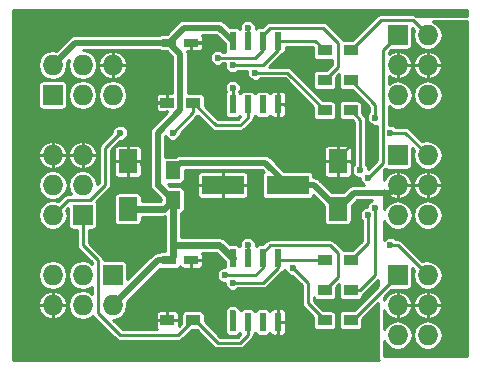
<source format=gtl>
G04 #@! TF.FileFunction,Copper,L1,Top,Signal*
%FSLAX46Y46*%
G04 Gerber Fmt 4.6, Leading zero omitted, Abs format (unit mm)*
G04 Created by KiCad (PCBNEW 4.0.2-stable) date 4/28/2016 9:51:21 AM*
%MOMM*%
G01*
G04 APERTURE LIST*
%ADD10C,0.100000*%
%ADD11R,1.200000X0.750000*%
%ADD12R,1.600000X2.000000*%
%ADD13R,3.599180X1.600200*%
%ADD14R,1.250000X1.500000*%
%ADD15R,1.727200X1.727200*%
%ADD16O,1.727200X1.727200*%
%ADD17R,1.200000X0.900000*%
%ADD18R,0.600000X1.550000*%
%ADD19C,0.600000*%
%ADD20C,0.550000*%
%ADD21C,0.600000*%
%ADD22C,0.250000*%
%ADD23C,0.254000*%
G04 APERTURE END LIST*
D10*
D11*
X119065000Y-89535000D03*
X120965000Y-89535000D03*
X119065000Y-107950000D03*
X120965000Y-107950000D03*
D12*
X115570000Y-103600000D03*
X115570000Y-99600000D03*
X133350000Y-103600000D03*
X133350000Y-99600000D03*
D13*
X129115820Y-101600000D03*
X123614180Y-101600000D03*
D14*
X119380000Y-102850000D03*
X119380000Y-100350000D03*
D15*
X111760000Y-104140000D03*
D16*
X109220000Y-104140000D03*
X111760000Y-101600000D03*
X109220000Y-101600000D03*
X111760000Y-99060000D03*
X109220000Y-99060000D03*
D15*
X138430000Y-88900000D03*
D16*
X140970000Y-88900000D03*
X138430000Y-91440000D03*
X140970000Y-91440000D03*
X138430000Y-93980000D03*
X140970000Y-93980000D03*
D15*
X138430000Y-99060000D03*
D16*
X140970000Y-99060000D03*
X138430000Y-101600000D03*
X140970000Y-101600000D03*
X138430000Y-104140000D03*
X140970000Y-104140000D03*
D15*
X138430000Y-109220000D03*
D16*
X140970000Y-109220000D03*
X138430000Y-111760000D03*
X140970000Y-111760000D03*
X138430000Y-114300000D03*
X140970000Y-114300000D03*
D15*
X109220000Y-93980000D03*
D16*
X109220000Y-91440000D03*
X111760000Y-93980000D03*
X111760000Y-91440000D03*
X114300000Y-93980000D03*
X114300000Y-91440000D03*
D15*
X114300000Y-109220000D03*
D16*
X114300000Y-111760000D03*
X111760000Y-109220000D03*
X111760000Y-111760000D03*
X109220000Y-109220000D03*
X109220000Y-111760000D03*
D17*
X118915000Y-113030000D03*
X121115000Y-113030000D03*
X132250000Y-107950000D03*
X134450000Y-107950000D03*
X132250000Y-110490000D03*
X134450000Y-110490000D03*
X132250000Y-113030000D03*
X134450000Y-113030000D03*
X134450000Y-90170000D03*
X132250000Y-90170000D03*
X134450000Y-92710000D03*
X132250000Y-92710000D03*
X134450000Y-95250000D03*
X132250000Y-95250000D03*
X121115000Y-94615000D03*
X118915000Y-94615000D03*
D18*
X124460000Y-94775000D03*
X125730000Y-94775000D03*
X127000000Y-94775000D03*
X128270000Y-94775000D03*
X128270000Y-89375000D03*
X127000000Y-89375000D03*
X125730000Y-89375000D03*
X124460000Y-89375000D03*
X124460000Y-113190000D03*
X125730000Y-113190000D03*
X127000000Y-113190000D03*
X128270000Y-113190000D03*
X128270000Y-107790000D03*
X127000000Y-107790000D03*
X125730000Y-107790000D03*
X124460000Y-107790000D03*
D19*
X123190000Y-89535000D03*
X128270000Y-93345000D03*
X116840000Y-94615000D03*
X118745000Y-93345000D03*
X116840000Y-99695000D03*
X115570000Y-101600000D03*
X134620000Y-97790000D03*
X126365000Y-101600000D03*
X121285000Y-101600000D03*
X122555000Y-107950000D03*
X128270000Y-111760000D03*
X118745000Y-111760000D03*
X114935000Y-97155000D03*
X119380000Y-97155000D03*
X135890000Y-100965000D03*
X135890000Y-104140000D03*
X136525000Y-103505000D03*
X136525000Y-95885000D03*
X137795000Y-97155000D03*
X137795000Y-106680000D03*
X135255000Y-100330000D03*
X123190000Y-90805000D03*
X126365000Y-92075000D03*
X125730000Y-88265000D03*
X124460000Y-91440000D03*
X124460000Y-93345000D03*
X123825000Y-109220000D03*
X129540000Y-108585000D03*
X125730000Y-106680000D03*
X124460000Y-109855000D03*
X124460000Y-112395000D03*
D20*
X119065000Y-89535000D02*
X111125000Y-89535000D01*
X111125000Y-89535000D02*
X109220000Y-91440000D01*
X119065000Y-107950000D02*
X118110000Y-107950000D01*
X118110000Y-107950000D02*
X114300000Y-111760000D01*
X119065000Y-89535000D02*
X120335000Y-88265000D01*
X123350000Y-88265000D02*
X124460000Y-89375000D01*
X120335000Y-88265000D02*
X123350000Y-88265000D01*
X120015000Y-93345000D02*
X120015000Y-90485000D01*
X120015000Y-95250000D02*
X120015000Y-93345000D01*
D21*
X119380000Y-102850000D02*
X118110000Y-101580000D01*
D20*
X118110000Y-97155000D02*
X118110000Y-101580000D01*
X118110000Y-97155000D02*
X120015000Y-95250000D01*
X120015000Y-90485000D02*
X119065000Y-89535000D01*
D21*
X124460000Y-107790000D02*
X123350000Y-106680000D01*
X123350000Y-106680000D02*
X119380000Y-106680000D01*
X119065000Y-107950000D02*
X119380000Y-107635000D01*
X119380000Y-107635000D02*
X119380000Y-106680000D01*
X119380000Y-106680000D02*
X119380000Y-102850000D01*
X119380000Y-102850000D02*
X118630000Y-103600000D01*
X118630000Y-103600000D02*
X115570000Y-103600000D01*
D22*
X120965000Y-89535000D02*
X123190000Y-89535000D01*
X128270000Y-94775000D02*
X128270000Y-93345000D01*
X118915000Y-94615000D02*
X116840000Y-94615000D01*
X118915000Y-94615000D02*
X118915000Y-93515000D01*
X118915000Y-93515000D02*
X118745000Y-93345000D01*
X115570000Y-99600000D02*
X116745000Y-99600000D01*
X116745000Y-99600000D02*
X116840000Y-99695000D01*
X115570000Y-99600000D02*
X115570000Y-101600000D01*
X133350000Y-99600000D02*
X134620000Y-97790000D01*
X133350000Y-99600000D02*
X132810000Y-99600000D01*
X132810000Y-99600000D02*
X132715000Y-99695000D01*
X123614180Y-101600000D02*
X126365000Y-101600000D01*
X123614180Y-101600000D02*
X121285000Y-101600000D01*
X120965000Y-107950000D02*
X122555000Y-107950000D01*
X128270000Y-113190000D02*
X128270000Y-111760000D01*
X118915000Y-113030000D02*
X118915000Y-111930000D01*
X118915000Y-111930000D02*
X118745000Y-111760000D01*
D20*
X129115820Y-101600000D02*
X127210820Y-99695000D01*
X120035000Y-99695000D02*
X119380000Y-100350000D01*
X127210820Y-99695000D02*
X120035000Y-99695000D01*
X133350000Y-103600000D02*
X131350000Y-101600000D01*
X131350000Y-101600000D02*
X129115820Y-101600000D01*
X138430000Y-101600000D02*
X137795000Y-102235000D01*
X134715000Y-102235000D02*
X133350000Y-103600000D01*
X137795000Y-102235000D02*
X134715000Y-102235000D01*
D22*
X121115000Y-113030000D02*
X121285000Y-113030000D01*
X121285000Y-113030000D02*
X123190000Y-114935000D01*
X125730000Y-114300000D02*
X125730000Y-113190000D01*
X125095000Y-114935000D02*
X125730000Y-114300000D01*
X123190000Y-114935000D02*
X125095000Y-114935000D01*
X111760000Y-104140000D02*
X111760000Y-106680000D01*
X119845000Y-114300000D02*
X121115000Y-113030000D01*
X114935000Y-114300000D02*
X119845000Y-114300000D01*
X113030000Y-112395000D02*
X114935000Y-114300000D01*
X113030000Y-107950000D02*
X113030000Y-112395000D01*
X111760000Y-106680000D02*
X113030000Y-107950000D01*
X121115000Y-94615000D02*
X121115000Y-95420000D01*
X110490000Y-102870000D02*
X109220000Y-104140000D01*
X112395000Y-102870000D02*
X110490000Y-102870000D01*
X113665000Y-101600000D02*
X112395000Y-102870000D01*
X113665000Y-98425000D02*
X113665000Y-101600000D01*
X114935000Y-97155000D02*
X113665000Y-98425000D01*
X114935000Y-97155000D02*
X114935000Y-97155000D01*
X121115000Y-95420000D02*
X119380000Y-97155000D01*
X121115000Y-94615000D02*
X123020000Y-96520000D01*
X125730000Y-95885000D02*
X125730000Y-94775000D01*
X125095000Y-96520000D02*
X125730000Y-95885000D01*
X123020000Y-96520000D02*
X125095000Y-96520000D01*
X134450000Y-107950000D02*
X135890000Y-106510000D01*
X137160000Y-90170000D02*
X138430000Y-88900000D01*
X137160000Y-97155000D02*
X137160000Y-90170000D01*
X137160000Y-99695000D02*
X137160000Y-97155000D01*
X135890000Y-100965000D02*
X137160000Y-99695000D01*
X135890000Y-106510000D02*
X135890000Y-104140000D01*
X134450000Y-90170000D02*
X136990000Y-87630000D01*
X139700000Y-87630000D02*
X140970000Y-88900000D01*
X136990000Y-87630000D02*
X139700000Y-87630000D01*
X134450000Y-110490000D02*
X135255000Y-110490000D01*
X136525000Y-109220000D02*
X136525000Y-103505000D01*
X135255000Y-110490000D02*
X136525000Y-109220000D01*
X140970000Y-99060000D02*
X139065000Y-97155000D01*
X136525000Y-94785000D02*
X134450000Y-92710000D01*
X136525000Y-95885000D02*
X136525000Y-94785000D01*
X139065000Y-97155000D02*
X137795000Y-97155000D01*
X134450000Y-113030000D02*
X134620000Y-113030000D01*
X134620000Y-113030000D02*
X138430000Y-109220000D01*
X134450000Y-95250000D02*
X135255000Y-96055000D01*
X138430000Y-106680000D02*
X140970000Y-109220000D01*
X137795000Y-106680000D02*
X138430000Y-106680000D01*
X135255000Y-96055000D02*
X135255000Y-100330000D01*
X127000000Y-89375000D02*
X127000000Y-88900000D01*
X127000000Y-88900000D02*
X127635000Y-88265000D01*
X133350000Y-91610000D02*
X132250000Y-92710000D01*
X133350000Y-89535000D02*
X133350000Y-91610000D01*
X132080000Y-88265000D02*
X133350000Y-89535000D01*
X127635000Y-88265000D02*
X132080000Y-88265000D01*
X127000000Y-89375000D02*
X127000000Y-90170000D01*
X126365000Y-90805000D02*
X123190000Y-90805000D01*
X127000000Y-90170000D02*
X126365000Y-90805000D01*
X129075000Y-92075000D02*
X132250000Y-95250000D01*
X126365000Y-92075000D02*
X129075000Y-92075000D01*
X125730000Y-89375000D02*
X125730000Y-88265000D01*
X128270000Y-89375000D02*
X131455000Y-89375000D01*
X131455000Y-89375000D02*
X132250000Y-90170000D01*
X128270000Y-89375000D02*
X128270000Y-90170000D01*
X127000000Y-91440000D02*
X124460000Y-91440000D01*
X128270000Y-90170000D02*
X127000000Y-91440000D01*
X124460000Y-93345000D02*
X124460000Y-94775000D01*
X127000000Y-107790000D02*
X127000000Y-107315000D01*
X127000000Y-107315000D02*
X127635000Y-106680000D01*
X133350000Y-109390000D02*
X132250000Y-110490000D01*
X133350000Y-107315000D02*
X133350000Y-109390000D01*
X132715000Y-106680000D02*
X133350000Y-107315000D01*
X127635000Y-106680000D02*
X132715000Y-106680000D01*
X127000000Y-107790000D02*
X127000000Y-108585000D01*
X126365000Y-109220000D02*
X123825000Y-109220000D01*
X127000000Y-108585000D02*
X126365000Y-109220000D01*
X130810000Y-111590000D02*
X132250000Y-113030000D01*
X130810000Y-109855000D02*
X130810000Y-111590000D01*
X129540000Y-108585000D02*
X130810000Y-109855000D01*
X125730000Y-107790000D02*
X125730000Y-106680000D01*
X128270000Y-107790000D02*
X128270000Y-108585000D01*
X127000000Y-109855000D02*
X124460000Y-109855000D01*
X128270000Y-108585000D02*
X127000000Y-109855000D01*
X128270000Y-107790000D02*
X128430000Y-107950000D01*
X128430000Y-107950000D02*
X132250000Y-107950000D01*
X124460000Y-112395000D02*
X124460000Y-113190000D01*
D23*
G36*
X144328000Y-87253000D02*
X140021995Y-87253000D01*
X139892107Y-87166212D01*
X139700000Y-87127999D01*
X139699995Y-87128000D01*
X136990000Y-87128000D01*
X136797893Y-87166212D01*
X136635032Y-87275032D01*
X136635030Y-87275035D01*
X134574449Y-89335615D01*
X133850000Y-89335615D01*
X133813513Y-89342481D01*
X133770200Y-89277660D01*
X133704968Y-89180032D01*
X133704965Y-89180030D01*
X132434968Y-87910032D01*
X132272107Y-87801212D01*
X132080000Y-87762999D01*
X132079995Y-87763000D01*
X127635005Y-87763000D01*
X127635000Y-87762999D01*
X127442893Y-87801212D01*
X127280032Y-87910032D01*
X127280030Y-87910035D01*
X126974450Y-88215615D01*
X126700000Y-88215615D01*
X126560292Y-88241903D01*
X126431980Y-88324470D01*
X126406916Y-88361152D01*
X126407117Y-88130927D01*
X126304267Y-87882011D01*
X126113990Y-87691402D01*
X125865254Y-87588118D01*
X125595927Y-87587883D01*
X125347011Y-87690733D01*
X125156402Y-87881010D01*
X125053118Y-88129746D01*
X125052918Y-88359002D01*
X125035530Y-88331980D01*
X124909547Y-88245899D01*
X124760000Y-88215615D01*
X124222683Y-88215615D01*
X123811034Y-87803966D01*
X123757775Y-87768380D01*
X123599510Y-87662631D01*
X123546140Y-87652015D01*
X123350000Y-87612999D01*
X123349995Y-87613000D01*
X120335000Y-87613000D01*
X120085490Y-87662631D01*
X119873966Y-87803966D01*
X119873964Y-87803969D01*
X118902317Y-88775615D01*
X118465000Y-88775615D01*
X118325292Y-88801903D01*
X118199264Y-88883000D01*
X111125005Y-88883000D01*
X111125000Y-88882999D01*
X110875491Y-88932630D01*
X110663966Y-89073966D01*
X109505957Y-90231975D01*
X109220000Y-90175095D01*
X108745243Y-90269530D01*
X108342763Y-90538458D01*
X108073835Y-90940938D01*
X107979400Y-91415695D01*
X107979400Y-91464305D01*
X108073835Y-91939062D01*
X108342763Y-92341542D01*
X108745243Y-92610470D01*
X109220000Y-92704905D01*
X109694757Y-92610470D01*
X110097237Y-92341542D01*
X110366165Y-91939062D01*
X110460600Y-91464305D01*
X110460600Y-91415695D01*
X110411785Y-91170283D01*
X110607058Y-90975010D01*
X110519400Y-91415695D01*
X110519400Y-91464305D01*
X110613835Y-91939062D01*
X110882763Y-92341542D01*
X111285243Y-92610470D01*
X111760000Y-92704905D01*
X112234757Y-92610470D01*
X112637237Y-92341542D01*
X112906165Y-91939062D01*
X112966241Y-91637035D01*
X113075146Y-91637035D01*
X113243784Y-92090768D01*
X113573222Y-92445428D01*
X114013305Y-92647020D01*
X114102965Y-92664853D01*
X114297000Y-92586346D01*
X114297000Y-91443000D01*
X114303000Y-91443000D01*
X114303000Y-92586346D01*
X114497035Y-92664853D01*
X114586695Y-92647020D01*
X115026778Y-92445428D01*
X115356216Y-92090768D01*
X115524854Y-91637035D01*
X115446347Y-91443000D01*
X114303000Y-91443000D01*
X114297000Y-91443000D01*
X113153653Y-91443000D01*
X113075146Y-91637035D01*
X112966241Y-91637035D01*
X113000600Y-91464305D01*
X113000600Y-91415695D01*
X112966242Y-91242965D01*
X113075146Y-91242965D01*
X113153653Y-91437000D01*
X114297000Y-91437000D01*
X114297000Y-90293654D01*
X114303000Y-90293654D01*
X114303000Y-91437000D01*
X115446347Y-91437000D01*
X115524854Y-91242965D01*
X115356216Y-90789232D01*
X115026778Y-90434572D01*
X114586695Y-90232980D01*
X114497035Y-90215147D01*
X114303000Y-90293654D01*
X114297000Y-90293654D01*
X114102965Y-90215147D01*
X114013305Y-90232980D01*
X113573222Y-90434572D01*
X113243784Y-90789232D01*
X113075146Y-91242965D01*
X112966242Y-91242965D01*
X112906165Y-90940938D01*
X112637237Y-90538458D01*
X112234757Y-90269530D01*
X111819851Y-90187000D01*
X118202613Y-90187000D01*
X118315453Y-90264101D01*
X118465000Y-90294385D01*
X118902317Y-90294385D01*
X119363000Y-90755068D01*
X119363000Y-93788000D01*
X119012250Y-93788000D01*
X118918000Y-93882250D01*
X118918000Y-94612000D01*
X118938000Y-94612000D01*
X118938000Y-94618000D01*
X118918000Y-94618000D01*
X118918000Y-94638000D01*
X118912000Y-94638000D01*
X118912000Y-94618000D01*
X118032250Y-94618000D01*
X117938000Y-94712250D01*
X117938000Y-95139990D01*
X117995395Y-95278553D01*
X118101447Y-95384605D01*
X118240010Y-95442000D01*
X118817750Y-95442000D01*
X118911998Y-95347752D01*
X118911998Y-95430934D01*
X117648966Y-96693966D01*
X117507631Y-96905490D01*
X117507631Y-96905491D01*
X117457999Y-97155000D01*
X117458000Y-97155005D01*
X117458000Y-101454318D01*
X117433000Y-101580000D01*
X117484534Y-101839076D01*
X117631289Y-102058711D01*
X118370615Y-102798037D01*
X118370615Y-102901963D01*
X118349578Y-102923000D01*
X116754385Y-102923000D01*
X116754385Y-102600000D01*
X116728097Y-102460292D01*
X116645530Y-102331980D01*
X116519547Y-102245899D01*
X116370000Y-102215615D01*
X114770000Y-102215615D01*
X114630292Y-102241903D01*
X114501980Y-102324470D01*
X114415899Y-102450453D01*
X114385615Y-102600000D01*
X114385615Y-104600000D01*
X114411903Y-104739708D01*
X114494470Y-104868020D01*
X114620453Y-104954101D01*
X114770000Y-104984385D01*
X116370000Y-104984385D01*
X116509708Y-104958097D01*
X116638020Y-104875530D01*
X116724101Y-104749547D01*
X116754385Y-104600000D01*
X116754385Y-104277000D01*
X118630000Y-104277000D01*
X118703000Y-104262479D01*
X118703000Y-107190615D01*
X118465000Y-107190615D01*
X118325292Y-107216903D01*
X118199264Y-107298000D01*
X118110005Y-107298000D01*
X118110000Y-107297999D01*
X117860491Y-107347630D01*
X117818146Y-107375924D01*
X117648966Y-107488966D01*
X117648964Y-107488969D01*
X115547985Y-109589947D01*
X115547985Y-108356400D01*
X115521697Y-108216692D01*
X115439130Y-108088380D01*
X115313147Y-108002299D01*
X115163600Y-107972015D01*
X113532000Y-107972015D01*
X113532000Y-107950000D01*
X113505545Y-107817001D01*
X113493788Y-107757892D01*
X113449041Y-107690924D01*
X113384968Y-107595032D01*
X113384965Y-107595030D01*
X112262000Y-106472064D01*
X112262000Y-105387985D01*
X112623600Y-105387985D01*
X112763308Y-105361697D01*
X112891620Y-105279130D01*
X112977701Y-105153147D01*
X113007985Y-105003600D01*
X113007985Y-103276400D01*
X112981697Y-103136692D01*
X112925530Y-103049406D01*
X114019965Y-101954970D01*
X114019968Y-101954968D01*
X114090433Y-101849509D01*
X114128788Y-101792108D01*
X114167000Y-101600000D01*
X114167000Y-99697250D01*
X114393000Y-99697250D01*
X114393000Y-100674990D01*
X114450395Y-100813553D01*
X114556447Y-100919605D01*
X114695010Y-100977000D01*
X115472750Y-100977000D01*
X115567000Y-100882750D01*
X115567000Y-99603000D01*
X115573000Y-99603000D01*
X115573000Y-100882750D01*
X115667250Y-100977000D01*
X116444990Y-100977000D01*
X116583553Y-100919605D01*
X116689605Y-100813553D01*
X116747000Y-100674990D01*
X116747000Y-99697250D01*
X116652750Y-99603000D01*
X115573000Y-99603000D01*
X115567000Y-99603000D01*
X114487250Y-99603000D01*
X114393000Y-99697250D01*
X114167000Y-99697250D01*
X114167000Y-98632936D01*
X114274926Y-98525010D01*
X114393000Y-98525010D01*
X114393000Y-99502750D01*
X114487250Y-99597000D01*
X115567000Y-99597000D01*
X115567000Y-98317250D01*
X115573000Y-98317250D01*
X115573000Y-99597000D01*
X116652750Y-99597000D01*
X116747000Y-99502750D01*
X116747000Y-98525010D01*
X116689605Y-98386447D01*
X116583553Y-98280395D01*
X116444990Y-98223000D01*
X115667250Y-98223000D01*
X115573000Y-98317250D01*
X115567000Y-98317250D01*
X115472750Y-98223000D01*
X114695010Y-98223000D01*
X114556447Y-98280395D01*
X114450395Y-98386447D01*
X114393000Y-98525010D01*
X114274926Y-98525010D01*
X114967907Y-97832029D01*
X115069073Y-97832117D01*
X115317989Y-97729267D01*
X115508598Y-97538990D01*
X115611882Y-97290254D01*
X115612117Y-97020927D01*
X115509267Y-96772011D01*
X115318990Y-96581402D01*
X115070254Y-96478118D01*
X114800927Y-96477883D01*
X114552011Y-96580733D01*
X114361402Y-96771010D01*
X114258118Y-97019746D01*
X114258029Y-97122036D01*
X113310032Y-98070032D01*
X113201212Y-98232893D01*
X113162999Y-98425000D01*
X113163000Y-98425005D01*
X113163000Y-101392065D01*
X113013318Y-101541747D01*
X112930470Y-101125243D01*
X112661542Y-100722763D01*
X112259062Y-100453835D01*
X111784305Y-100359400D01*
X111735695Y-100359400D01*
X111260938Y-100453835D01*
X110858458Y-100722763D01*
X110589530Y-101125243D01*
X110495095Y-101600000D01*
X110589530Y-102074757D01*
X110785468Y-102368000D01*
X110490000Y-102368000D01*
X110297892Y-102406212D01*
X110232660Y-102449800D01*
X110135032Y-102515032D01*
X110135030Y-102515035D01*
X109666654Y-102983410D01*
X109244305Y-102899400D01*
X109195695Y-102899400D01*
X108720938Y-102993835D01*
X108318458Y-103262763D01*
X108049530Y-103665243D01*
X107955095Y-104140000D01*
X108049530Y-104614757D01*
X108318458Y-105017237D01*
X108720938Y-105286165D01*
X109195695Y-105380600D01*
X109244305Y-105380600D01*
X109719062Y-105286165D01*
X110121542Y-105017237D01*
X110390470Y-104614757D01*
X110484905Y-104140000D01*
X110392830Y-103677106D01*
X110512015Y-103557920D01*
X110512015Y-105003600D01*
X110538303Y-105143308D01*
X110620870Y-105271620D01*
X110746853Y-105357701D01*
X110896400Y-105387985D01*
X111258000Y-105387985D01*
X111258000Y-106679995D01*
X111257999Y-106680000D01*
X111296212Y-106872107D01*
X111405032Y-107034968D01*
X112528000Y-108157935D01*
X112528000Y-108245468D01*
X112234757Y-108049530D01*
X111760000Y-107955095D01*
X111285243Y-108049530D01*
X110882763Y-108318458D01*
X110613835Y-108720938D01*
X110519400Y-109195695D01*
X110519400Y-109244305D01*
X110613835Y-109719062D01*
X110882763Y-110121542D01*
X111285243Y-110390470D01*
X111760000Y-110484905D01*
X112234757Y-110390470D01*
X112528000Y-110194532D01*
X112528000Y-110785468D01*
X112234757Y-110589530D01*
X111760000Y-110495095D01*
X111285243Y-110589530D01*
X110882763Y-110858458D01*
X110613835Y-111260938D01*
X110519400Y-111735695D01*
X110519400Y-111784305D01*
X110613835Y-112259062D01*
X110882763Y-112661542D01*
X111285243Y-112930470D01*
X111760000Y-113024905D01*
X112234757Y-112930470D01*
X112622519Y-112671376D01*
X112675032Y-112749968D01*
X114580030Y-114654965D01*
X114580032Y-114654968D01*
X114742893Y-114763788D01*
X114935000Y-114802001D01*
X114935005Y-114802000D01*
X119844995Y-114802000D01*
X119845000Y-114802001D01*
X120037107Y-114763788D01*
X120199968Y-114654968D01*
X120990550Y-113864385D01*
X121409449Y-113864385D01*
X122835030Y-115289965D01*
X122835032Y-115289968D01*
X122997893Y-115398788D01*
X123190000Y-115437001D01*
X123190005Y-115437000D01*
X125094995Y-115437000D01*
X125095000Y-115437001D01*
X125287107Y-115398788D01*
X125449968Y-115289968D01*
X126084965Y-114654970D01*
X126084968Y-114654968D01*
X126193788Y-114492107D01*
X126205545Y-114433000D01*
X126232001Y-114300000D01*
X126232000Y-114299995D01*
X126232000Y-114283013D01*
X126298020Y-114240530D01*
X126365630Y-114141580D01*
X126424470Y-114233020D01*
X126550453Y-114319101D01*
X126700000Y-114349385D01*
X127300000Y-114349385D01*
X127439708Y-114323097D01*
X127568020Y-114240530D01*
X127635288Y-114142081D01*
X127650395Y-114178553D01*
X127756447Y-114284605D01*
X127895010Y-114342000D01*
X128172750Y-114342000D01*
X128267000Y-114247750D01*
X128267000Y-113193000D01*
X128273000Y-113193000D01*
X128273000Y-114247750D01*
X128367250Y-114342000D01*
X128644990Y-114342000D01*
X128783553Y-114284605D01*
X128889605Y-114178553D01*
X128947000Y-114039990D01*
X128947000Y-113287250D01*
X128852750Y-113193000D01*
X128273000Y-113193000D01*
X128267000Y-113193000D01*
X128247000Y-113193000D01*
X128247000Y-113187000D01*
X128267000Y-113187000D01*
X128267000Y-112132250D01*
X128273000Y-112132250D01*
X128273000Y-113187000D01*
X128852750Y-113187000D01*
X128947000Y-113092750D01*
X128947000Y-112340010D01*
X128889605Y-112201447D01*
X128783553Y-112095395D01*
X128644990Y-112038000D01*
X128367250Y-112038000D01*
X128273000Y-112132250D01*
X128267000Y-112132250D01*
X128172750Y-112038000D01*
X127895010Y-112038000D01*
X127756447Y-112095395D01*
X127650395Y-112201447D01*
X127634802Y-112239091D01*
X127575530Y-112146980D01*
X127449547Y-112060899D01*
X127300000Y-112030615D01*
X126700000Y-112030615D01*
X126560292Y-112056903D01*
X126431980Y-112139470D01*
X126364370Y-112238420D01*
X126305530Y-112146980D01*
X126179547Y-112060899D01*
X126030000Y-112030615D01*
X125430000Y-112030615D01*
X125290292Y-112056903D01*
X125161980Y-112139470D01*
X125115213Y-112207915D01*
X125034267Y-112012011D01*
X124843990Y-111821402D01*
X124595254Y-111718118D01*
X124325927Y-111717883D01*
X124077011Y-111820733D01*
X123886402Y-112011010D01*
X123783118Y-112259746D01*
X123783014Y-112378461D01*
X123775615Y-112415000D01*
X123775615Y-113965000D01*
X123801903Y-114104708D01*
X123884470Y-114233020D01*
X124010453Y-114319101D01*
X124160000Y-114349385D01*
X124760000Y-114349385D01*
X124899708Y-114323097D01*
X125028020Y-114240530D01*
X125095630Y-114141580D01*
X125128070Y-114191994D01*
X124887064Y-114433000D01*
X123397935Y-114433000D01*
X122099385Y-113134449D01*
X122099385Y-112580000D01*
X122073097Y-112440292D01*
X121990530Y-112311980D01*
X121864547Y-112225899D01*
X121715000Y-112195615D01*
X120515000Y-112195615D01*
X120375292Y-112221903D01*
X120246980Y-112304470D01*
X120160899Y-112430453D01*
X120130615Y-112580000D01*
X120130615Y-113304450D01*
X119892000Y-113543064D01*
X119892000Y-113127250D01*
X119797750Y-113033000D01*
X118918000Y-113033000D01*
X118918000Y-113053000D01*
X118912000Y-113053000D01*
X118912000Y-113033000D01*
X118032250Y-113033000D01*
X117938000Y-113127250D01*
X117938000Y-113554990D01*
X117995395Y-113693553D01*
X118099842Y-113798000D01*
X115142935Y-113798000D01*
X114358253Y-113013318D01*
X114774757Y-112930470D01*
X115177237Y-112661542D01*
X115281828Y-112505010D01*
X117938000Y-112505010D01*
X117938000Y-112932750D01*
X118032250Y-113027000D01*
X118912000Y-113027000D01*
X118912000Y-112297250D01*
X118918000Y-112297250D01*
X118918000Y-113027000D01*
X119797750Y-113027000D01*
X119892000Y-112932750D01*
X119892000Y-112505010D01*
X119834605Y-112366447D01*
X119728553Y-112260395D01*
X119589990Y-112203000D01*
X119012250Y-112203000D01*
X118918000Y-112297250D01*
X118912000Y-112297250D01*
X118817750Y-112203000D01*
X118240010Y-112203000D01*
X118101447Y-112260395D01*
X117995395Y-112366447D01*
X117938000Y-112505010D01*
X115281828Y-112505010D01*
X115446165Y-112259062D01*
X115540600Y-111784305D01*
X115540600Y-111735695D01*
X115491785Y-111490283D01*
X118308035Y-108674032D01*
X118315453Y-108679101D01*
X118465000Y-108709385D01*
X119665000Y-108709385D01*
X119804708Y-108683097D01*
X119933020Y-108600530D01*
X120018965Y-108474746D01*
X120045395Y-108538553D01*
X120151447Y-108644605D01*
X120290010Y-108702000D01*
X120867750Y-108702000D01*
X120962000Y-108607750D01*
X120962000Y-107953000D01*
X120968000Y-107953000D01*
X120968000Y-108607750D01*
X121062250Y-108702000D01*
X121639990Y-108702000D01*
X121778553Y-108644605D01*
X121884605Y-108538553D01*
X121942000Y-108399990D01*
X121942000Y-108047250D01*
X121847750Y-107953000D01*
X120968000Y-107953000D01*
X120962000Y-107953000D01*
X120942000Y-107953000D01*
X120942000Y-107947000D01*
X120962000Y-107947000D01*
X120962000Y-107927000D01*
X120968000Y-107927000D01*
X120968000Y-107947000D01*
X121847750Y-107947000D01*
X121942000Y-107852750D01*
X121942000Y-107500010D01*
X121884605Y-107361447D01*
X121880158Y-107357000D01*
X123069578Y-107357000D01*
X123775615Y-108063037D01*
X123775615Y-108542957D01*
X123690927Y-108542883D01*
X123442011Y-108645733D01*
X123251402Y-108836010D01*
X123148118Y-109084746D01*
X123147883Y-109354073D01*
X123250733Y-109602989D01*
X123441010Y-109793598D01*
X123689746Y-109896882D01*
X123782963Y-109896963D01*
X123782883Y-109989073D01*
X123885733Y-110237989D01*
X124076010Y-110428598D01*
X124324746Y-110531882D01*
X124594073Y-110532117D01*
X124842989Y-110429267D01*
X124915382Y-110357000D01*
X126999995Y-110357000D01*
X127000000Y-110357001D01*
X127192107Y-110318788D01*
X127354968Y-110209968D01*
X128624965Y-108939970D01*
X128624968Y-108939968D01*
X128625676Y-108938909D01*
X128709708Y-108923097D01*
X128838020Y-108840530D01*
X128884787Y-108772085D01*
X128965733Y-108967989D01*
X129156010Y-109158598D01*
X129404746Y-109261882D01*
X129507036Y-109261971D01*
X130308000Y-110062935D01*
X130308000Y-111589995D01*
X130307999Y-111590000D01*
X130346212Y-111782107D01*
X130455032Y-111944968D01*
X131265615Y-112755550D01*
X131265615Y-113480000D01*
X131291903Y-113619708D01*
X131374470Y-113748020D01*
X131500453Y-113834101D01*
X131650000Y-113864385D01*
X132850000Y-113864385D01*
X132989708Y-113838097D01*
X133118020Y-113755530D01*
X133204101Y-113629547D01*
X133234385Y-113480000D01*
X133234385Y-112580000D01*
X133208097Y-112440292D01*
X133125530Y-112311980D01*
X132999547Y-112225899D01*
X132850000Y-112195615D01*
X132125550Y-112195615D01*
X131312000Y-111382064D01*
X131312000Y-111110939D01*
X131374470Y-111208020D01*
X131500453Y-111294101D01*
X131650000Y-111324385D01*
X132850000Y-111324385D01*
X132989708Y-111298097D01*
X133118020Y-111215530D01*
X133204101Y-111089547D01*
X133234385Y-110940000D01*
X133234385Y-110215551D01*
X133479753Y-109970183D01*
X133465615Y-110040000D01*
X133465615Y-110940000D01*
X133491903Y-111079708D01*
X133574470Y-111208020D01*
X133700453Y-111294101D01*
X133850000Y-111324385D01*
X135050000Y-111324385D01*
X135189708Y-111298097D01*
X135318020Y-111215530D01*
X135404101Y-111089547D01*
X135430942Y-110957004D01*
X135447107Y-110953788D01*
X135609968Y-110844968D01*
X136783000Y-109671935D01*
X136783000Y-110157065D01*
X134744449Y-112195615D01*
X133850000Y-112195615D01*
X133710292Y-112221903D01*
X133581980Y-112304470D01*
X133495899Y-112430453D01*
X133465615Y-112580000D01*
X133465615Y-113480000D01*
X133491903Y-113619708D01*
X133574470Y-113748020D01*
X133700453Y-113834101D01*
X133850000Y-113864385D01*
X135050000Y-113864385D01*
X135189708Y-113838097D01*
X135318020Y-113755530D01*
X135404101Y-113629547D01*
X135434385Y-113480000D01*
X135434385Y-112925551D01*
X136783000Y-111576936D01*
X136783000Y-116205000D01*
X136808783Y-116342023D01*
X136838368Y-116388000D01*
X105862000Y-116388000D01*
X105862000Y-111957035D01*
X107995146Y-111957035D01*
X108163784Y-112410768D01*
X108493222Y-112765428D01*
X108933305Y-112967020D01*
X109022965Y-112984853D01*
X109217000Y-112906346D01*
X109217000Y-111763000D01*
X109223000Y-111763000D01*
X109223000Y-112906346D01*
X109417035Y-112984853D01*
X109506695Y-112967020D01*
X109946778Y-112765428D01*
X110276216Y-112410768D01*
X110444854Y-111957035D01*
X110366347Y-111763000D01*
X109223000Y-111763000D01*
X109217000Y-111763000D01*
X108073653Y-111763000D01*
X107995146Y-111957035D01*
X105862000Y-111957035D01*
X105862000Y-111562965D01*
X107995146Y-111562965D01*
X108073653Y-111757000D01*
X109217000Y-111757000D01*
X109217000Y-110613654D01*
X109223000Y-110613654D01*
X109223000Y-111757000D01*
X110366347Y-111757000D01*
X110444854Y-111562965D01*
X110276216Y-111109232D01*
X109946778Y-110754572D01*
X109506695Y-110552980D01*
X109417035Y-110535147D01*
X109223000Y-110613654D01*
X109217000Y-110613654D01*
X109022965Y-110535147D01*
X108933305Y-110552980D01*
X108493222Y-110754572D01*
X108163784Y-111109232D01*
X107995146Y-111562965D01*
X105862000Y-111562965D01*
X105862000Y-109195695D01*
X107979400Y-109195695D01*
X107979400Y-109244305D01*
X108073835Y-109719062D01*
X108342763Y-110121542D01*
X108745243Y-110390470D01*
X109220000Y-110484905D01*
X109694757Y-110390470D01*
X110097237Y-110121542D01*
X110366165Y-109719062D01*
X110460600Y-109244305D01*
X110460600Y-109195695D01*
X110366165Y-108720938D01*
X110097237Y-108318458D01*
X109694757Y-108049530D01*
X109220000Y-107955095D01*
X108745243Y-108049530D01*
X108342763Y-108318458D01*
X108073835Y-108720938D01*
X107979400Y-109195695D01*
X105862000Y-109195695D01*
X105862000Y-101600000D01*
X107955095Y-101600000D01*
X108049530Y-102074757D01*
X108318458Y-102477237D01*
X108720938Y-102746165D01*
X109195695Y-102840600D01*
X109244305Y-102840600D01*
X109719062Y-102746165D01*
X110121542Y-102477237D01*
X110390470Y-102074757D01*
X110484905Y-101600000D01*
X110390470Y-101125243D01*
X110121542Y-100722763D01*
X109719062Y-100453835D01*
X109244305Y-100359400D01*
X109195695Y-100359400D01*
X108720938Y-100453835D01*
X108318458Y-100722763D01*
X108049530Y-101125243D01*
X107955095Y-101600000D01*
X105862000Y-101600000D01*
X105862000Y-99257035D01*
X107995147Y-99257035D01*
X108012980Y-99346695D01*
X108214572Y-99786778D01*
X108569232Y-100116216D01*
X109022965Y-100284854D01*
X109217000Y-100206347D01*
X109217000Y-99063000D01*
X109223000Y-99063000D01*
X109223000Y-100206347D01*
X109417035Y-100284854D01*
X109870768Y-100116216D01*
X110225428Y-99786778D01*
X110427020Y-99346695D01*
X110444853Y-99257035D01*
X110535147Y-99257035D01*
X110552980Y-99346695D01*
X110754572Y-99786778D01*
X111109232Y-100116216D01*
X111562965Y-100284854D01*
X111757000Y-100206347D01*
X111757000Y-99063000D01*
X111763000Y-99063000D01*
X111763000Y-100206347D01*
X111957035Y-100284854D01*
X112410768Y-100116216D01*
X112765428Y-99786778D01*
X112967020Y-99346695D01*
X112984853Y-99257035D01*
X112906346Y-99063000D01*
X111763000Y-99063000D01*
X111757000Y-99063000D01*
X110613654Y-99063000D01*
X110535147Y-99257035D01*
X110444853Y-99257035D01*
X110366346Y-99063000D01*
X109223000Y-99063000D01*
X109217000Y-99063000D01*
X108073654Y-99063000D01*
X107995147Y-99257035D01*
X105862000Y-99257035D01*
X105862000Y-98862965D01*
X107995147Y-98862965D01*
X108073654Y-99057000D01*
X109217000Y-99057000D01*
X109217000Y-97913653D01*
X109223000Y-97913653D01*
X109223000Y-99057000D01*
X110366346Y-99057000D01*
X110444853Y-98862965D01*
X110535147Y-98862965D01*
X110613654Y-99057000D01*
X111757000Y-99057000D01*
X111757000Y-97913653D01*
X111763000Y-97913653D01*
X111763000Y-99057000D01*
X112906346Y-99057000D01*
X112984853Y-98862965D01*
X112967020Y-98773305D01*
X112765428Y-98333222D01*
X112410768Y-98003784D01*
X111957035Y-97835146D01*
X111763000Y-97913653D01*
X111757000Y-97913653D01*
X111562965Y-97835146D01*
X111109232Y-98003784D01*
X110754572Y-98333222D01*
X110552980Y-98773305D01*
X110535147Y-98862965D01*
X110444853Y-98862965D01*
X110427020Y-98773305D01*
X110225428Y-98333222D01*
X109870768Y-98003784D01*
X109417035Y-97835146D01*
X109223000Y-97913653D01*
X109217000Y-97913653D01*
X109022965Y-97835146D01*
X108569232Y-98003784D01*
X108214572Y-98333222D01*
X108012980Y-98773305D01*
X107995147Y-98862965D01*
X105862000Y-98862965D01*
X105862000Y-93116400D01*
X107972015Y-93116400D01*
X107972015Y-94843600D01*
X107998303Y-94983308D01*
X108080870Y-95111620D01*
X108206853Y-95197701D01*
X108356400Y-95227985D01*
X110083600Y-95227985D01*
X110223308Y-95201697D01*
X110351620Y-95119130D01*
X110437701Y-94993147D01*
X110467985Y-94843600D01*
X110467985Y-93955695D01*
X110519400Y-93955695D01*
X110519400Y-94004305D01*
X110613835Y-94479062D01*
X110882763Y-94881542D01*
X111285243Y-95150470D01*
X111760000Y-95244905D01*
X112234757Y-95150470D01*
X112637237Y-94881542D01*
X112906165Y-94479062D01*
X113000600Y-94004305D01*
X113000600Y-93955695D01*
X113059400Y-93955695D01*
X113059400Y-94004305D01*
X113153835Y-94479062D01*
X113422763Y-94881542D01*
X113825243Y-95150470D01*
X114300000Y-95244905D01*
X114774757Y-95150470D01*
X115177237Y-94881542D01*
X115446165Y-94479062D01*
X115523552Y-94090010D01*
X117938000Y-94090010D01*
X117938000Y-94517750D01*
X118032250Y-94612000D01*
X118912000Y-94612000D01*
X118912000Y-93882250D01*
X118817750Y-93788000D01*
X118240010Y-93788000D01*
X118101447Y-93845395D01*
X117995395Y-93951447D01*
X117938000Y-94090010D01*
X115523552Y-94090010D01*
X115540600Y-94004305D01*
X115540600Y-93955695D01*
X115446165Y-93480938D01*
X115177237Y-93078458D01*
X114774757Y-92809530D01*
X114300000Y-92715095D01*
X113825243Y-92809530D01*
X113422763Y-93078458D01*
X113153835Y-93480938D01*
X113059400Y-93955695D01*
X113000600Y-93955695D01*
X112906165Y-93480938D01*
X112637237Y-93078458D01*
X112234757Y-92809530D01*
X111760000Y-92715095D01*
X111285243Y-92809530D01*
X110882763Y-93078458D01*
X110613835Y-93480938D01*
X110519400Y-93955695D01*
X110467985Y-93955695D01*
X110467985Y-93116400D01*
X110441697Y-92976692D01*
X110359130Y-92848380D01*
X110233147Y-92762299D01*
X110083600Y-92732015D01*
X108356400Y-92732015D01*
X108216692Y-92758303D01*
X108088380Y-92840870D01*
X108002299Y-92966853D01*
X107972015Y-93116400D01*
X105862000Y-93116400D01*
X105862000Y-86812000D01*
X144328000Y-86812000D01*
X144328000Y-87253000D01*
X144328000Y-87253000D01*
G37*
X144328000Y-87253000D02*
X140021995Y-87253000D01*
X139892107Y-87166212D01*
X139700000Y-87127999D01*
X139699995Y-87128000D01*
X136990000Y-87128000D01*
X136797893Y-87166212D01*
X136635032Y-87275032D01*
X136635030Y-87275035D01*
X134574449Y-89335615D01*
X133850000Y-89335615D01*
X133813513Y-89342481D01*
X133770200Y-89277660D01*
X133704968Y-89180032D01*
X133704965Y-89180030D01*
X132434968Y-87910032D01*
X132272107Y-87801212D01*
X132080000Y-87762999D01*
X132079995Y-87763000D01*
X127635005Y-87763000D01*
X127635000Y-87762999D01*
X127442893Y-87801212D01*
X127280032Y-87910032D01*
X127280030Y-87910035D01*
X126974450Y-88215615D01*
X126700000Y-88215615D01*
X126560292Y-88241903D01*
X126431980Y-88324470D01*
X126406916Y-88361152D01*
X126407117Y-88130927D01*
X126304267Y-87882011D01*
X126113990Y-87691402D01*
X125865254Y-87588118D01*
X125595927Y-87587883D01*
X125347011Y-87690733D01*
X125156402Y-87881010D01*
X125053118Y-88129746D01*
X125052918Y-88359002D01*
X125035530Y-88331980D01*
X124909547Y-88245899D01*
X124760000Y-88215615D01*
X124222683Y-88215615D01*
X123811034Y-87803966D01*
X123757775Y-87768380D01*
X123599510Y-87662631D01*
X123546140Y-87652015D01*
X123350000Y-87612999D01*
X123349995Y-87613000D01*
X120335000Y-87613000D01*
X120085490Y-87662631D01*
X119873966Y-87803966D01*
X119873964Y-87803969D01*
X118902317Y-88775615D01*
X118465000Y-88775615D01*
X118325292Y-88801903D01*
X118199264Y-88883000D01*
X111125005Y-88883000D01*
X111125000Y-88882999D01*
X110875491Y-88932630D01*
X110663966Y-89073966D01*
X109505957Y-90231975D01*
X109220000Y-90175095D01*
X108745243Y-90269530D01*
X108342763Y-90538458D01*
X108073835Y-90940938D01*
X107979400Y-91415695D01*
X107979400Y-91464305D01*
X108073835Y-91939062D01*
X108342763Y-92341542D01*
X108745243Y-92610470D01*
X109220000Y-92704905D01*
X109694757Y-92610470D01*
X110097237Y-92341542D01*
X110366165Y-91939062D01*
X110460600Y-91464305D01*
X110460600Y-91415695D01*
X110411785Y-91170283D01*
X110607058Y-90975010D01*
X110519400Y-91415695D01*
X110519400Y-91464305D01*
X110613835Y-91939062D01*
X110882763Y-92341542D01*
X111285243Y-92610470D01*
X111760000Y-92704905D01*
X112234757Y-92610470D01*
X112637237Y-92341542D01*
X112906165Y-91939062D01*
X112966241Y-91637035D01*
X113075146Y-91637035D01*
X113243784Y-92090768D01*
X113573222Y-92445428D01*
X114013305Y-92647020D01*
X114102965Y-92664853D01*
X114297000Y-92586346D01*
X114297000Y-91443000D01*
X114303000Y-91443000D01*
X114303000Y-92586346D01*
X114497035Y-92664853D01*
X114586695Y-92647020D01*
X115026778Y-92445428D01*
X115356216Y-92090768D01*
X115524854Y-91637035D01*
X115446347Y-91443000D01*
X114303000Y-91443000D01*
X114297000Y-91443000D01*
X113153653Y-91443000D01*
X113075146Y-91637035D01*
X112966241Y-91637035D01*
X113000600Y-91464305D01*
X113000600Y-91415695D01*
X112966242Y-91242965D01*
X113075146Y-91242965D01*
X113153653Y-91437000D01*
X114297000Y-91437000D01*
X114297000Y-90293654D01*
X114303000Y-90293654D01*
X114303000Y-91437000D01*
X115446347Y-91437000D01*
X115524854Y-91242965D01*
X115356216Y-90789232D01*
X115026778Y-90434572D01*
X114586695Y-90232980D01*
X114497035Y-90215147D01*
X114303000Y-90293654D01*
X114297000Y-90293654D01*
X114102965Y-90215147D01*
X114013305Y-90232980D01*
X113573222Y-90434572D01*
X113243784Y-90789232D01*
X113075146Y-91242965D01*
X112966242Y-91242965D01*
X112906165Y-90940938D01*
X112637237Y-90538458D01*
X112234757Y-90269530D01*
X111819851Y-90187000D01*
X118202613Y-90187000D01*
X118315453Y-90264101D01*
X118465000Y-90294385D01*
X118902317Y-90294385D01*
X119363000Y-90755068D01*
X119363000Y-93788000D01*
X119012250Y-93788000D01*
X118918000Y-93882250D01*
X118918000Y-94612000D01*
X118938000Y-94612000D01*
X118938000Y-94618000D01*
X118918000Y-94618000D01*
X118918000Y-94638000D01*
X118912000Y-94638000D01*
X118912000Y-94618000D01*
X118032250Y-94618000D01*
X117938000Y-94712250D01*
X117938000Y-95139990D01*
X117995395Y-95278553D01*
X118101447Y-95384605D01*
X118240010Y-95442000D01*
X118817750Y-95442000D01*
X118911998Y-95347752D01*
X118911998Y-95430934D01*
X117648966Y-96693966D01*
X117507631Y-96905490D01*
X117507631Y-96905491D01*
X117457999Y-97155000D01*
X117458000Y-97155005D01*
X117458000Y-101454318D01*
X117433000Y-101580000D01*
X117484534Y-101839076D01*
X117631289Y-102058711D01*
X118370615Y-102798037D01*
X118370615Y-102901963D01*
X118349578Y-102923000D01*
X116754385Y-102923000D01*
X116754385Y-102600000D01*
X116728097Y-102460292D01*
X116645530Y-102331980D01*
X116519547Y-102245899D01*
X116370000Y-102215615D01*
X114770000Y-102215615D01*
X114630292Y-102241903D01*
X114501980Y-102324470D01*
X114415899Y-102450453D01*
X114385615Y-102600000D01*
X114385615Y-104600000D01*
X114411903Y-104739708D01*
X114494470Y-104868020D01*
X114620453Y-104954101D01*
X114770000Y-104984385D01*
X116370000Y-104984385D01*
X116509708Y-104958097D01*
X116638020Y-104875530D01*
X116724101Y-104749547D01*
X116754385Y-104600000D01*
X116754385Y-104277000D01*
X118630000Y-104277000D01*
X118703000Y-104262479D01*
X118703000Y-107190615D01*
X118465000Y-107190615D01*
X118325292Y-107216903D01*
X118199264Y-107298000D01*
X118110005Y-107298000D01*
X118110000Y-107297999D01*
X117860491Y-107347630D01*
X117818146Y-107375924D01*
X117648966Y-107488966D01*
X117648964Y-107488969D01*
X115547985Y-109589947D01*
X115547985Y-108356400D01*
X115521697Y-108216692D01*
X115439130Y-108088380D01*
X115313147Y-108002299D01*
X115163600Y-107972015D01*
X113532000Y-107972015D01*
X113532000Y-107950000D01*
X113505545Y-107817001D01*
X113493788Y-107757892D01*
X113449041Y-107690924D01*
X113384968Y-107595032D01*
X113384965Y-107595030D01*
X112262000Y-106472064D01*
X112262000Y-105387985D01*
X112623600Y-105387985D01*
X112763308Y-105361697D01*
X112891620Y-105279130D01*
X112977701Y-105153147D01*
X113007985Y-105003600D01*
X113007985Y-103276400D01*
X112981697Y-103136692D01*
X112925530Y-103049406D01*
X114019965Y-101954970D01*
X114019968Y-101954968D01*
X114090433Y-101849509D01*
X114128788Y-101792108D01*
X114167000Y-101600000D01*
X114167000Y-99697250D01*
X114393000Y-99697250D01*
X114393000Y-100674990D01*
X114450395Y-100813553D01*
X114556447Y-100919605D01*
X114695010Y-100977000D01*
X115472750Y-100977000D01*
X115567000Y-100882750D01*
X115567000Y-99603000D01*
X115573000Y-99603000D01*
X115573000Y-100882750D01*
X115667250Y-100977000D01*
X116444990Y-100977000D01*
X116583553Y-100919605D01*
X116689605Y-100813553D01*
X116747000Y-100674990D01*
X116747000Y-99697250D01*
X116652750Y-99603000D01*
X115573000Y-99603000D01*
X115567000Y-99603000D01*
X114487250Y-99603000D01*
X114393000Y-99697250D01*
X114167000Y-99697250D01*
X114167000Y-98632936D01*
X114274926Y-98525010D01*
X114393000Y-98525010D01*
X114393000Y-99502750D01*
X114487250Y-99597000D01*
X115567000Y-99597000D01*
X115567000Y-98317250D01*
X115573000Y-98317250D01*
X115573000Y-99597000D01*
X116652750Y-99597000D01*
X116747000Y-99502750D01*
X116747000Y-98525010D01*
X116689605Y-98386447D01*
X116583553Y-98280395D01*
X116444990Y-98223000D01*
X115667250Y-98223000D01*
X115573000Y-98317250D01*
X115567000Y-98317250D01*
X115472750Y-98223000D01*
X114695010Y-98223000D01*
X114556447Y-98280395D01*
X114450395Y-98386447D01*
X114393000Y-98525010D01*
X114274926Y-98525010D01*
X114967907Y-97832029D01*
X115069073Y-97832117D01*
X115317989Y-97729267D01*
X115508598Y-97538990D01*
X115611882Y-97290254D01*
X115612117Y-97020927D01*
X115509267Y-96772011D01*
X115318990Y-96581402D01*
X115070254Y-96478118D01*
X114800927Y-96477883D01*
X114552011Y-96580733D01*
X114361402Y-96771010D01*
X114258118Y-97019746D01*
X114258029Y-97122036D01*
X113310032Y-98070032D01*
X113201212Y-98232893D01*
X113162999Y-98425000D01*
X113163000Y-98425005D01*
X113163000Y-101392065D01*
X113013318Y-101541747D01*
X112930470Y-101125243D01*
X112661542Y-100722763D01*
X112259062Y-100453835D01*
X111784305Y-100359400D01*
X111735695Y-100359400D01*
X111260938Y-100453835D01*
X110858458Y-100722763D01*
X110589530Y-101125243D01*
X110495095Y-101600000D01*
X110589530Y-102074757D01*
X110785468Y-102368000D01*
X110490000Y-102368000D01*
X110297892Y-102406212D01*
X110232660Y-102449800D01*
X110135032Y-102515032D01*
X110135030Y-102515035D01*
X109666654Y-102983410D01*
X109244305Y-102899400D01*
X109195695Y-102899400D01*
X108720938Y-102993835D01*
X108318458Y-103262763D01*
X108049530Y-103665243D01*
X107955095Y-104140000D01*
X108049530Y-104614757D01*
X108318458Y-105017237D01*
X108720938Y-105286165D01*
X109195695Y-105380600D01*
X109244305Y-105380600D01*
X109719062Y-105286165D01*
X110121542Y-105017237D01*
X110390470Y-104614757D01*
X110484905Y-104140000D01*
X110392830Y-103677106D01*
X110512015Y-103557920D01*
X110512015Y-105003600D01*
X110538303Y-105143308D01*
X110620870Y-105271620D01*
X110746853Y-105357701D01*
X110896400Y-105387985D01*
X111258000Y-105387985D01*
X111258000Y-106679995D01*
X111257999Y-106680000D01*
X111296212Y-106872107D01*
X111405032Y-107034968D01*
X112528000Y-108157935D01*
X112528000Y-108245468D01*
X112234757Y-108049530D01*
X111760000Y-107955095D01*
X111285243Y-108049530D01*
X110882763Y-108318458D01*
X110613835Y-108720938D01*
X110519400Y-109195695D01*
X110519400Y-109244305D01*
X110613835Y-109719062D01*
X110882763Y-110121542D01*
X111285243Y-110390470D01*
X111760000Y-110484905D01*
X112234757Y-110390470D01*
X112528000Y-110194532D01*
X112528000Y-110785468D01*
X112234757Y-110589530D01*
X111760000Y-110495095D01*
X111285243Y-110589530D01*
X110882763Y-110858458D01*
X110613835Y-111260938D01*
X110519400Y-111735695D01*
X110519400Y-111784305D01*
X110613835Y-112259062D01*
X110882763Y-112661542D01*
X111285243Y-112930470D01*
X111760000Y-113024905D01*
X112234757Y-112930470D01*
X112622519Y-112671376D01*
X112675032Y-112749968D01*
X114580030Y-114654965D01*
X114580032Y-114654968D01*
X114742893Y-114763788D01*
X114935000Y-114802001D01*
X114935005Y-114802000D01*
X119844995Y-114802000D01*
X119845000Y-114802001D01*
X120037107Y-114763788D01*
X120199968Y-114654968D01*
X120990550Y-113864385D01*
X121409449Y-113864385D01*
X122835030Y-115289965D01*
X122835032Y-115289968D01*
X122997893Y-115398788D01*
X123190000Y-115437001D01*
X123190005Y-115437000D01*
X125094995Y-115437000D01*
X125095000Y-115437001D01*
X125287107Y-115398788D01*
X125449968Y-115289968D01*
X126084965Y-114654970D01*
X126084968Y-114654968D01*
X126193788Y-114492107D01*
X126205545Y-114433000D01*
X126232001Y-114300000D01*
X126232000Y-114299995D01*
X126232000Y-114283013D01*
X126298020Y-114240530D01*
X126365630Y-114141580D01*
X126424470Y-114233020D01*
X126550453Y-114319101D01*
X126700000Y-114349385D01*
X127300000Y-114349385D01*
X127439708Y-114323097D01*
X127568020Y-114240530D01*
X127635288Y-114142081D01*
X127650395Y-114178553D01*
X127756447Y-114284605D01*
X127895010Y-114342000D01*
X128172750Y-114342000D01*
X128267000Y-114247750D01*
X128267000Y-113193000D01*
X128273000Y-113193000D01*
X128273000Y-114247750D01*
X128367250Y-114342000D01*
X128644990Y-114342000D01*
X128783553Y-114284605D01*
X128889605Y-114178553D01*
X128947000Y-114039990D01*
X128947000Y-113287250D01*
X128852750Y-113193000D01*
X128273000Y-113193000D01*
X128267000Y-113193000D01*
X128247000Y-113193000D01*
X128247000Y-113187000D01*
X128267000Y-113187000D01*
X128267000Y-112132250D01*
X128273000Y-112132250D01*
X128273000Y-113187000D01*
X128852750Y-113187000D01*
X128947000Y-113092750D01*
X128947000Y-112340010D01*
X128889605Y-112201447D01*
X128783553Y-112095395D01*
X128644990Y-112038000D01*
X128367250Y-112038000D01*
X128273000Y-112132250D01*
X128267000Y-112132250D01*
X128172750Y-112038000D01*
X127895010Y-112038000D01*
X127756447Y-112095395D01*
X127650395Y-112201447D01*
X127634802Y-112239091D01*
X127575530Y-112146980D01*
X127449547Y-112060899D01*
X127300000Y-112030615D01*
X126700000Y-112030615D01*
X126560292Y-112056903D01*
X126431980Y-112139470D01*
X126364370Y-112238420D01*
X126305530Y-112146980D01*
X126179547Y-112060899D01*
X126030000Y-112030615D01*
X125430000Y-112030615D01*
X125290292Y-112056903D01*
X125161980Y-112139470D01*
X125115213Y-112207915D01*
X125034267Y-112012011D01*
X124843990Y-111821402D01*
X124595254Y-111718118D01*
X124325927Y-111717883D01*
X124077011Y-111820733D01*
X123886402Y-112011010D01*
X123783118Y-112259746D01*
X123783014Y-112378461D01*
X123775615Y-112415000D01*
X123775615Y-113965000D01*
X123801903Y-114104708D01*
X123884470Y-114233020D01*
X124010453Y-114319101D01*
X124160000Y-114349385D01*
X124760000Y-114349385D01*
X124899708Y-114323097D01*
X125028020Y-114240530D01*
X125095630Y-114141580D01*
X125128070Y-114191994D01*
X124887064Y-114433000D01*
X123397935Y-114433000D01*
X122099385Y-113134449D01*
X122099385Y-112580000D01*
X122073097Y-112440292D01*
X121990530Y-112311980D01*
X121864547Y-112225899D01*
X121715000Y-112195615D01*
X120515000Y-112195615D01*
X120375292Y-112221903D01*
X120246980Y-112304470D01*
X120160899Y-112430453D01*
X120130615Y-112580000D01*
X120130615Y-113304450D01*
X119892000Y-113543064D01*
X119892000Y-113127250D01*
X119797750Y-113033000D01*
X118918000Y-113033000D01*
X118918000Y-113053000D01*
X118912000Y-113053000D01*
X118912000Y-113033000D01*
X118032250Y-113033000D01*
X117938000Y-113127250D01*
X117938000Y-113554990D01*
X117995395Y-113693553D01*
X118099842Y-113798000D01*
X115142935Y-113798000D01*
X114358253Y-113013318D01*
X114774757Y-112930470D01*
X115177237Y-112661542D01*
X115281828Y-112505010D01*
X117938000Y-112505010D01*
X117938000Y-112932750D01*
X118032250Y-113027000D01*
X118912000Y-113027000D01*
X118912000Y-112297250D01*
X118918000Y-112297250D01*
X118918000Y-113027000D01*
X119797750Y-113027000D01*
X119892000Y-112932750D01*
X119892000Y-112505010D01*
X119834605Y-112366447D01*
X119728553Y-112260395D01*
X119589990Y-112203000D01*
X119012250Y-112203000D01*
X118918000Y-112297250D01*
X118912000Y-112297250D01*
X118817750Y-112203000D01*
X118240010Y-112203000D01*
X118101447Y-112260395D01*
X117995395Y-112366447D01*
X117938000Y-112505010D01*
X115281828Y-112505010D01*
X115446165Y-112259062D01*
X115540600Y-111784305D01*
X115540600Y-111735695D01*
X115491785Y-111490283D01*
X118308035Y-108674032D01*
X118315453Y-108679101D01*
X118465000Y-108709385D01*
X119665000Y-108709385D01*
X119804708Y-108683097D01*
X119933020Y-108600530D01*
X120018965Y-108474746D01*
X120045395Y-108538553D01*
X120151447Y-108644605D01*
X120290010Y-108702000D01*
X120867750Y-108702000D01*
X120962000Y-108607750D01*
X120962000Y-107953000D01*
X120968000Y-107953000D01*
X120968000Y-108607750D01*
X121062250Y-108702000D01*
X121639990Y-108702000D01*
X121778553Y-108644605D01*
X121884605Y-108538553D01*
X121942000Y-108399990D01*
X121942000Y-108047250D01*
X121847750Y-107953000D01*
X120968000Y-107953000D01*
X120962000Y-107953000D01*
X120942000Y-107953000D01*
X120942000Y-107947000D01*
X120962000Y-107947000D01*
X120962000Y-107927000D01*
X120968000Y-107927000D01*
X120968000Y-107947000D01*
X121847750Y-107947000D01*
X121942000Y-107852750D01*
X121942000Y-107500010D01*
X121884605Y-107361447D01*
X121880158Y-107357000D01*
X123069578Y-107357000D01*
X123775615Y-108063037D01*
X123775615Y-108542957D01*
X123690927Y-108542883D01*
X123442011Y-108645733D01*
X123251402Y-108836010D01*
X123148118Y-109084746D01*
X123147883Y-109354073D01*
X123250733Y-109602989D01*
X123441010Y-109793598D01*
X123689746Y-109896882D01*
X123782963Y-109896963D01*
X123782883Y-109989073D01*
X123885733Y-110237989D01*
X124076010Y-110428598D01*
X124324746Y-110531882D01*
X124594073Y-110532117D01*
X124842989Y-110429267D01*
X124915382Y-110357000D01*
X126999995Y-110357000D01*
X127000000Y-110357001D01*
X127192107Y-110318788D01*
X127354968Y-110209968D01*
X128624965Y-108939970D01*
X128624968Y-108939968D01*
X128625676Y-108938909D01*
X128709708Y-108923097D01*
X128838020Y-108840530D01*
X128884787Y-108772085D01*
X128965733Y-108967989D01*
X129156010Y-109158598D01*
X129404746Y-109261882D01*
X129507036Y-109261971D01*
X130308000Y-110062935D01*
X130308000Y-111589995D01*
X130307999Y-111590000D01*
X130346212Y-111782107D01*
X130455032Y-111944968D01*
X131265615Y-112755550D01*
X131265615Y-113480000D01*
X131291903Y-113619708D01*
X131374470Y-113748020D01*
X131500453Y-113834101D01*
X131650000Y-113864385D01*
X132850000Y-113864385D01*
X132989708Y-113838097D01*
X133118020Y-113755530D01*
X133204101Y-113629547D01*
X133234385Y-113480000D01*
X133234385Y-112580000D01*
X133208097Y-112440292D01*
X133125530Y-112311980D01*
X132999547Y-112225899D01*
X132850000Y-112195615D01*
X132125550Y-112195615D01*
X131312000Y-111382064D01*
X131312000Y-111110939D01*
X131374470Y-111208020D01*
X131500453Y-111294101D01*
X131650000Y-111324385D01*
X132850000Y-111324385D01*
X132989708Y-111298097D01*
X133118020Y-111215530D01*
X133204101Y-111089547D01*
X133234385Y-110940000D01*
X133234385Y-110215551D01*
X133479753Y-109970183D01*
X133465615Y-110040000D01*
X133465615Y-110940000D01*
X133491903Y-111079708D01*
X133574470Y-111208020D01*
X133700453Y-111294101D01*
X133850000Y-111324385D01*
X135050000Y-111324385D01*
X135189708Y-111298097D01*
X135318020Y-111215530D01*
X135404101Y-111089547D01*
X135430942Y-110957004D01*
X135447107Y-110953788D01*
X135609968Y-110844968D01*
X136783000Y-109671935D01*
X136783000Y-110157065D01*
X134744449Y-112195615D01*
X133850000Y-112195615D01*
X133710292Y-112221903D01*
X133581980Y-112304470D01*
X133495899Y-112430453D01*
X133465615Y-112580000D01*
X133465615Y-113480000D01*
X133491903Y-113619708D01*
X133574470Y-113748020D01*
X133700453Y-113834101D01*
X133850000Y-113864385D01*
X135050000Y-113864385D01*
X135189708Y-113838097D01*
X135318020Y-113755530D01*
X135404101Y-113629547D01*
X135434385Y-113480000D01*
X135434385Y-112925551D01*
X136783000Y-111576936D01*
X136783000Y-116205000D01*
X136808783Y-116342023D01*
X136838368Y-116388000D01*
X105862000Y-116388000D01*
X105862000Y-111957035D01*
X107995146Y-111957035D01*
X108163784Y-112410768D01*
X108493222Y-112765428D01*
X108933305Y-112967020D01*
X109022965Y-112984853D01*
X109217000Y-112906346D01*
X109217000Y-111763000D01*
X109223000Y-111763000D01*
X109223000Y-112906346D01*
X109417035Y-112984853D01*
X109506695Y-112967020D01*
X109946778Y-112765428D01*
X110276216Y-112410768D01*
X110444854Y-111957035D01*
X110366347Y-111763000D01*
X109223000Y-111763000D01*
X109217000Y-111763000D01*
X108073653Y-111763000D01*
X107995146Y-111957035D01*
X105862000Y-111957035D01*
X105862000Y-111562965D01*
X107995146Y-111562965D01*
X108073653Y-111757000D01*
X109217000Y-111757000D01*
X109217000Y-110613654D01*
X109223000Y-110613654D01*
X109223000Y-111757000D01*
X110366347Y-111757000D01*
X110444854Y-111562965D01*
X110276216Y-111109232D01*
X109946778Y-110754572D01*
X109506695Y-110552980D01*
X109417035Y-110535147D01*
X109223000Y-110613654D01*
X109217000Y-110613654D01*
X109022965Y-110535147D01*
X108933305Y-110552980D01*
X108493222Y-110754572D01*
X108163784Y-111109232D01*
X107995146Y-111562965D01*
X105862000Y-111562965D01*
X105862000Y-109195695D01*
X107979400Y-109195695D01*
X107979400Y-109244305D01*
X108073835Y-109719062D01*
X108342763Y-110121542D01*
X108745243Y-110390470D01*
X109220000Y-110484905D01*
X109694757Y-110390470D01*
X110097237Y-110121542D01*
X110366165Y-109719062D01*
X110460600Y-109244305D01*
X110460600Y-109195695D01*
X110366165Y-108720938D01*
X110097237Y-108318458D01*
X109694757Y-108049530D01*
X109220000Y-107955095D01*
X108745243Y-108049530D01*
X108342763Y-108318458D01*
X108073835Y-108720938D01*
X107979400Y-109195695D01*
X105862000Y-109195695D01*
X105862000Y-101600000D01*
X107955095Y-101600000D01*
X108049530Y-102074757D01*
X108318458Y-102477237D01*
X108720938Y-102746165D01*
X109195695Y-102840600D01*
X109244305Y-102840600D01*
X109719062Y-102746165D01*
X110121542Y-102477237D01*
X110390470Y-102074757D01*
X110484905Y-101600000D01*
X110390470Y-101125243D01*
X110121542Y-100722763D01*
X109719062Y-100453835D01*
X109244305Y-100359400D01*
X109195695Y-100359400D01*
X108720938Y-100453835D01*
X108318458Y-100722763D01*
X108049530Y-101125243D01*
X107955095Y-101600000D01*
X105862000Y-101600000D01*
X105862000Y-99257035D01*
X107995147Y-99257035D01*
X108012980Y-99346695D01*
X108214572Y-99786778D01*
X108569232Y-100116216D01*
X109022965Y-100284854D01*
X109217000Y-100206347D01*
X109217000Y-99063000D01*
X109223000Y-99063000D01*
X109223000Y-100206347D01*
X109417035Y-100284854D01*
X109870768Y-100116216D01*
X110225428Y-99786778D01*
X110427020Y-99346695D01*
X110444853Y-99257035D01*
X110535147Y-99257035D01*
X110552980Y-99346695D01*
X110754572Y-99786778D01*
X111109232Y-100116216D01*
X111562965Y-100284854D01*
X111757000Y-100206347D01*
X111757000Y-99063000D01*
X111763000Y-99063000D01*
X111763000Y-100206347D01*
X111957035Y-100284854D01*
X112410768Y-100116216D01*
X112765428Y-99786778D01*
X112967020Y-99346695D01*
X112984853Y-99257035D01*
X112906346Y-99063000D01*
X111763000Y-99063000D01*
X111757000Y-99063000D01*
X110613654Y-99063000D01*
X110535147Y-99257035D01*
X110444853Y-99257035D01*
X110366346Y-99063000D01*
X109223000Y-99063000D01*
X109217000Y-99063000D01*
X108073654Y-99063000D01*
X107995147Y-99257035D01*
X105862000Y-99257035D01*
X105862000Y-98862965D01*
X107995147Y-98862965D01*
X108073654Y-99057000D01*
X109217000Y-99057000D01*
X109217000Y-97913653D01*
X109223000Y-97913653D01*
X109223000Y-99057000D01*
X110366346Y-99057000D01*
X110444853Y-98862965D01*
X110535147Y-98862965D01*
X110613654Y-99057000D01*
X111757000Y-99057000D01*
X111757000Y-97913653D01*
X111763000Y-97913653D01*
X111763000Y-99057000D01*
X112906346Y-99057000D01*
X112984853Y-98862965D01*
X112967020Y-98773305D01*
X112765428Y-98333222D01*
X112410768Y-98003784D01*
X111957035Y-97835146D01*
X111763000Y-97913653D01*
X111757000Y-97913653D01*
X111562965Y-97835146D01*
X111109232Y-98003784D01*
X110754572Y-98333222D01*
X110552980Y-98773305D01*
X110535147Y-98862965D01*
X110444853Y-98862965D01*
X110427020Y-98773305D01*
X110225428Y-98333222D01*
X109870768Y-98003784D01*
X109417035Y-97835146D01*
X109223000Y-97913653D01*
X109217000Y-97913653D01*
X109022965Y-97835146D01*
X108569232Y-98003784D01*
X108214572Y-98333222D01*
X108012980Y-98773305D01*
X107995147Y-98862965D01*
X105862000Y-98862965D01*
X105862000Y-93116400D01*
X107972015Y-93116400D01*
X107972015Y-94843600D01*
X107998303Y-94983308D01*
X108080870Y-95111620D01*
X108206853Y-95197701D01*
X108356400Y-95227985D01*
X110083600Y-95227985D01*
X110223308Y-95201697D01*
X110351620Y-95119130D01*
X110437701Y-94993147D01*
X110467985Y-94843600D01*
X110467985Y-93955695D01*
X110519400Y-93955695D01*
X110519400Y-94004305D01*
X110613835Y-94479062D01*
X110882763Y-94881542D01*
X111285243Y-95150470D01*
X111760000Y-95244905D01*
X112234757Y-95150470D01*
X112637237Y-94881542D01*
X112906165Y-94479062D01*
X113000600Y-94004305D01*
X113000600Y-93955695D01*
X113059400Y-93955695D01*
X113059400Y-94004305D01*
X113153835Y-94479062D01*
X113422763Y-94881542D01*
X113825243Y-95150470D01*
X114300000Y-95244905D01*
X114774757Y-95150470D01*
X115177237Y-94881542D01*
X115446165Y-94479062D01*
X115523552Y-94090010D01*
X117938000Y-94090010D01*
X117938000Y-94517750D01*
X118032250Y-94612000D01*
X118912000Y-94612000D01*
X118912000Y-93882250D01*
X118817750Y-93788000D01*
X118240010Y-93788000D01*
X118101447Y-93845395D01*
X117995395Y-93951447D01*
X117938000Y-94090010D01*
X115523552Y-94090010D01*
X115540600Y-94004305D01*
X115540600Y-93955695D01*
X115446165Y-93480938D01*
X115177237Y-93078458D01*
X114774757Y-92809530D01*
X114300000Y-92715095D01*
X113825243Y-92809530D01*
X113422763Y-93078458D01*
X113153835Y-93480938D01*
X113059400Y-93955695D01*
X113000600Y-93955695D01*
X112906165Y-93480938D01*
X112637237Y-93078458D01*
X112234757Y-92809530D01*
X111760000Y-92715095D01*
X111285243Y-92809530D01*
X110882763Y-93078458D01*
X110613835Y-93480938D01*
X110519400Y-93955695D01*
X110467985Y-93955695D01*
X110467985Y-93116400D01*
X110441697Y-92976692D01*
X110359130Y-92848380D01*
X110233147Y-92762299D01*
X110083600Y-92732015D01*
X108356400Y-92732015D01*
X108216692Y-92758303D01*
X108088380Y-92840870D01*
X108002299Y-92966853D01*
X107972015Y-93116400D01*
X105862000Y-93116400D01*
X105862000Y-86812000D01*
X144328000Y-86812000D01*
X144328000Y-87253000D01*
G36*
X127090749Y-100496997D02*
X127048210Y-100524370D01*
X126962129Y-100650353D01*
X126931845Y-100799900D01*
X126931845Y-102400100D01*
X126958133Y-102539808D01*
X127040700Y-102668120D01*
X127166683Y-102754201D01*
X127316230Y-102784485D01*
X130915410Y-102784485D01*
X131055118Y-102758197D01*
X131183430Y-102675630D01*
X131269511Y-102549647D01*
X131287710Y-102459778D01*
X132165615Y-103337683D01*
X132165615Y-104600000D01*
X132191903Y-104739708D01*
X132274470Y-104868020D01*
X132400453Y-104954101D01*
X132550000Y-104984385D01*
X134150000Y-104984385D01*
X134289708Y-104958097D01*
X134418020Y-104875530D01*
X134504101Y-104749547D01*
X134534385Y-104600000D01*
X134534385Y-103337682D01*
X134985067Y-102887000D01*
X136247853Y-102887000D01*
X136142011Y-102930733D01*
X135951402Y-103121010D01*
X135848118Y-103369746D01*
X135848037Y-103462963D01*
X135755927Y-103462883D01*
X135507011Y-103565733D01*
X135316402Y-103756010D01*
X135213118Y-104004746D01*
X135212883Y-104274073D01*
X135315733Y-104522989D01*
X135388000Y-104595382D01*
X135388000Y-106302065D01*
X134574449Y-107115615D01*
X133850000Y-107115615D01*
X133813512Y-107122481D01*
X133774430Y-107063990D01*
X133704968Y-106960032D01*
X133704965Y-106960030D01*
X133069968Y-106325032D01*
X132907107Y-106216212D01*
X132715000Y-106177999D01*
X132714995Y-106178000D01*
X127635005Y-106178000D01*
X127635000Y-106177999D01*
X127442893Y-106216212D01*
X127280032Y-106325032D01*
X127280030Y-106325035D01*
X126974450Y-106630615D01*
X126700000Y-106630615D01*
X126560292Y-106656903D01*
X126431980Y-106739470D01*
X126406916Y-106776152D01*
X126407117Y-106545927D01*
X126304267Y-106297011D01*
X126113990Y-106106402D01*
X125865254Y-106003118D01*
X125595927Y-106002883D01*
X125347011Y-106105733D01*
X125156402Y-106296010D01*
X125053118Y-106544746D01*
X125052918Y-106774002D01*
X125035530Y-106746980D01*
X124909547Y-106660899D01*
X124760000Y-106630615D01*
X124258037Y-106630615D01*
X123828711Y-106201289D01*
X123609077Y-106054534D01*
X123350000Y-106003000D01*
X120057000Y-106003000D01*
X120057000Y-103974600D01*
X120144708Y-103958097D01*
X120273020Y-103875530D01*
X120359101Y-103749547D01*
X120389385Y-103600000D01*
X120389385Y-102100000D01*
X120363097Y-101960292D01*
X120280530Y-101831980D01*
X120154547Y-101745899D01*
X120005000Y-101715615D01*
X119203037Y-101715615D01*
X119184672Y-101697250D01*
X121437590Y-101697250D01*
X121437590Y-102475090D01*
X121494985Y-102613653D01*
X121601037Y-102719705D01*
X121739600Y-102777100D01*
X123516930Y-102777100D01*
X123611180Y-102682850D01*
X123611180Y-101603000D01*
X123617180Y-101603000D01*
X123617180Y-102682850D01*
X123711430Y-102777100D01*
X125488760Y-102777100D01*
X125627323Y-102719705D01*
X125733375Y-102613653D01*
X125790770Y-102475090D01*
X125790770Y-101697250D01*
X125696520Y-101603000D01*
X123617180Y-101603000D01*
X123611180Y-101603000D01*
X121531840Y-101603000D01*
X121437590Y-101697250D01*
X119184672Y-101697250D01*
X118971807Y-101484385D01*
X120005000Y-101484385D01*
X120144708Y-101458097D01*
X120273020Y-101375530D01*
X120359101Y-101249547D01*
X120389385Y-101100000D01*
X120389385Y-100724910D01*
X121437590Y-100724910D01*
X121437590Y-101502750D01*
X121531840Y-101597000D01*
X123611180Y-101597000D01*
X123611180Y-100517150D01*
X123617180Y-100517150D01*
X123617180Y-101597000D01*
X125696520Y-101597000D01*
X125790770Y-101502750D01*
X125790770Y-100724910D01*
X125733375Y-100586347D01*
X125627323Y-100480295D01*
X125488760Y-100422900D01*
X123711430Y-100422900D01*
X123617180Y-100517150D01*
X123611180Y-100517150D01*
X123516930Y-100422900D01*
X121739600Y-100422900D01*
X121601037Y-100480295D01*
X121494985Y-100586347D01*
X121437590Y-100724910D01*
X120389385Y-100724910D01*
X120389385Y-100347000D01*
X126940752Y-100347000D01*
X127090749Y-100496997D01*
X127090749Y-100496997D01*
G37*
X127090749Y-100496997D02*
X127048210Y-100524370D01*
X126962129Y-100650353D01*
X126931845Y-100799900D01*
X126931845Y-102400100D01*
X126958133Y-102539808D01*
X127040700Y-102668120D01*
X127166683Y-102754201D01*
X127316230Y-102784485D01*
X130915410Y-102784485D01*
X131055118Y-102758197D01*
X131183430Y-102675630D01*
X131269511Y-102549647D01*
X131287710Y-102459778D01*
X132165615Y-103337683D01*
X132165615Y-104600000D01*
X132191903Y-104739708D01*
X132274470Y-104868020D01*
X132400453Y-104954101D01*
X132550000Y-104984385D01*
X134150000Y-104984385D01*
X134289708Y-104958097D01*
X134418020Y-104875530D01*
X134504101Y-104749547D01*
X134534385Y-104600000D01*
X134534385Y-103337682D01*
X134985067Y-102887000D01*
X136247853Y-102887000D01*
X136142011Y-102930733D01*
X135951402Y-103121010D01*
X135848118Y-103369746D01*
X135848037Y-103462963D01*
X135755927Y-103462883D01*
X135507011Y-103565733D01*
X135316402Y-103756010D01*
X135213118Y-104004746D01*
X135212883Y-104274073D01*
X135315733Y-104522989D01*
X135388000Y-104595382D01*
X135388000Y-106302065D01*
X134574449Y-107115615D01*
X133850000Y-107115615D01*
X133813512Y-107122481D01*
X133774430Y-107063990D01*
X133704968Y-106960032D01*
X133704965Y-106960030D01*
X133069968Y-106325032D01*
X132907107Y-106216212D01*
X132715000Y-106177999D01*
X132714995Y-106178000D01*
X127635005Y-106178000D01*
X127635000Y-106177999D01*
X127442893Y-106216212D01*
X127280032Y-106325032D01*
X127280030Y-106325035D01*
X126974450Y-106630615D01*
X126700000Y-106630615D01*
X126560292Y-106656903D01*
X126431980Y-106739470D01*
X126406916Y-106776152D01*
X126407117Y-106545927D01*
X126304267Y-106297011D01*
X126113990Y-106106402D01*
X125865254Y-106003118D01*
X125595927Y-106002883D01*
X125347011Y-106105733D01*
X125156402Y-106296010D01*
X125053118Y-106544746D01*
X125052918Y-106774002D01*
X125035530Y-106746980D01*
X124909547Y-106660899D01*
X124760000Y-106630615D01*
X124258037Y-106630615D01*
X123828711Y-106201289D01*
X123609077Y-106054534D01*
X123350000Y-106003000D01*
X120057000Y-106003000D01*
X120057000Y-103974600D01*
X120144708Y-103958097D01*
X120273020Y-103875530D01*
X120359101Y-103749547D01*
X120389385Y-103600000D01*
X120389385Y-102100000D01*
X120363097Y-101960292D01*
X120280530Y-101831980D01*
X120154547Y-101745899D01*
X120005000Y-101715615D01*
X119203037Y-101715615D01*
X119184672Y-101697250D01*
X121437590Y-101697250D01*
X121437590Y-102475090D01*
X121494985Y-102613653D01*
X121601037Y-102719705D01*
X121739600Y-102777100D01*
X123516930Y-102777100D01*
X123611180Y-102682850D01*
X123611180Y-101603000D01*
X123617180Y-101603000D01*
X123617180Y-102682850D01*
X123711430Y-102777100D01*
X125488760Y-102777100D01*
X125627323Y-102719705D01*
X125733375Y-102613653D01*
X125790770Y-102475090D01*
X125790770Y-101697250D01*
X125696520Y-101603000D01*
X123617180Y-101603000D01*
X123611180Y-101603000D01*
X121531840Y-101603000D01*
X121437590Y-101697250D01*
X119184672Y-101697250D01*
X118971807Y-101484385D01*
X120005000Y-101484385D01*
X120144708Y-101458097D01*
X120273020Y-101375530D01*
X120359101Y-101249547D01*
X120389385Y-101100000D01*
X120389385Y-100724910D01*
X121437590Y-100724910D01*
X121437590Y-101502750D01*
X121531840Y-101597000D01*
X123611180Y-101597000D01*
X123611180Y-100517150D01*
X123617180Y-100517150D01*
X123617180Y-101597000D01*
X125696520Y-101597000D01*
X125790770Y-101502750D01*
X125790770Y-100724910D01*
X125733375Y-100586347D01*
X125627323Y-100480295D01*
X125488760Y-100422900D01*
X123711430Y-100422900D01*
X123617180Y-100517150D01*
X123611180Y-100517150D01*
X123516930Y-100422900D01*
X121739600Y-100422900D01*
X121601037Y-100480295D01*
X121494985Y-100586347D01*
X121437590Y-100724910D01*
X120389385Y-100724910D01*
X120389385Y-100347000D01*
X126940752Y-100347000D01*
X127090749Y-100496997D01*
G36*
X123775615Y-89612683D02*
X123775615Y-90150000D01*
X123801903Y-90289708D01*
X123810456Y-90303000D01*
X123645463Y-90303000D01*
X123573990Y-90231402D01*
X123325254Y-90128118D01*
X123055927Y-90127883D01*
X122807011Y-90230733D01*
X122616402Y-90421010D01*
X122513118Y-90669746D01*
X122512883Y-90939073D01*
X122615733Y-91187989D01*
X122806010Y-91378598D01*
X123054746Y-91481882D01*
X123324073Y-91482117D01*
X123572989Y-91379267D01*
X123645382Y-91307000D01*
X123783116Y-91307000D01*
X123782883Y-91574073D01*
X123885733Y-91822989D01*
X124076010Y-92013598D01*
X124324746Y-92116882D01*
X124594073Y-92117117D01*
X124842989Y-92014267D01*
X124915382Y-91942000D01*
X125688116Y-91942000D01*
X125687883Y-92209073D01*
X125790733Y-92457989D01*
X125981010Y-92648598D01*
X126229746Y-92751882D01*
X126499073Y-92752117D01*
X126747989Y-92649267D01*
X126820382Y-92577000D01*
X128867064Y-92577000D01*
X131265615Y-94975551D01*
X131265615Y-95700000D01*
X131291903Y-95839708D01*
X131374470Y-95968020D01*
X131500453Y-96054101D01*
X131650000Y-96084385D01*
X132850000Y-96084385D01*
X132989708Y-96058097D01*
X133118020Y-95975530D01*
X133204101Y-95849547D01*
X133234385Y-95700000D01*
X133234385Y-94800000D01*
X133208097Y-94660292D01*
X133125530Y-94531980D01*
X132999547Y-94445899D01*
X132850000Y-94415615D01*
X132125551Y-94415615D01*
X129429968Y-91720032D01*
X129267107Y-91611212D01*
X129075000Y-91572999D01*
X129074995Y-91573000D01*
X127576936Y-91573000D01*
X128624965Y-90524970D01*
X128624968Y-90524968D01*
X128625676Y-90523909D01*
X128709708Y-90508097D01*
X128838020Y-90425530D01*
X128924101Y-90299547D01*
X128954385Y-90150000D01*
X128954385Y-89877000D01*
X131247064Y-89877000D01*
X131265615Y-89895551D01*
X131265615Y-90620000D01*
X131291903Y-90759708D01*
X131374470Y-90888020D01*
X131500453Y-90974101D01*
X131650000Y-91004385D01*
X132848000Y-91004385D01*
X132848000Y-91402064D01*
X132374449Y-91875615D01*
X131650000Y-91875615D01*
X131510292Y-91901903D01*
X131381980Y-91984470D01*
X131295899Y-92110453D01*
X131265615Y-92260000D01*
X131265615Y-93160000D01*
X131291903Y-93299708D01*
X131374470Y-93428020D01*
X131500453Y-93514101D01*
X131650000Y-93544385D01*
X132850000Y-93544385D01*
X132989708Y-93518097D01*
X133118020Y-93435530D01*
X133204101Y-93309547D01*
X133234385Y-93160000D01*
X133234385Y-92435551D01*
X133479753Y-92190183D01*
X133465615Y-92260000D01*
X133465615Y-93160000D01*
X133491903Y-93299708D01*
X133574470Y-93428020D01*
X133700453Y-93514101D01*
X133850000Y-93544385D01*
X134574449Y-93544385D01*
X136023000Y-94992936D01*
X136023000Y-95429537D01*
X135951402Y-95501010D01*
X135848118Y-95749746D01*
X135847883Y-96019073D01*
X135950733Y-96267989D01*
X136141010Y-96458598D01*
X136389746Y-96561882D01*
X136658000Y-96562116D01*
X136658000Y-99487065D01*
X135932102Y-100212962D01*
X135932117Y-100195927D01*
X135829267Y-99947011D01*
X135757000Y-99874618D01*
X135757000Y-96055005D01*
X135757001Y-96055000D01*
X135718788Y-95862893D01*
X135609968Y-95700032D01*
X135434385Y-95524449D01*
X135434385Y-94800000D01*
X135408097Y-94660292D01*
X135325530Y-94531980D01*
X135199547Y-94445899D01*
X135050000Y-94415615D01*
X133850000Y-94415615D01*
X133710292Y-94441903D01*
X133581980Y-94524470D01*
X133495899Y-94650453D01*
X133465615Y-94800000D01*
X133465615Y-95700000D01*
X133491903Y-95839708D01*
X133574470Y-95968020D01*
X133700453Y-96054101D01*
X133850000Y-96084385D01*
X134574449Y-96084385D01*
X134753000Y-96262936D01*
X134753000Y-99874537D01*
X134681402Y-99946010D01*
X134578118Y-100194746D01*
X134577883Y-100464073D01*
X134680733Y-100712989D01*
X134871010Y-100903598D01*
X135119746Y-101006882D01*
X135212963Y-101006963D01*
X135212883Y-101099073D01*
X135315733Y-101347989D01*
X135506010Y-101538598D01*
X135612942Y-101583000D01*
X134715005Y-101583000D01*
X134715000Y-101582999D01*
X134465491Y-101632630D01*
X134451293Y-101642117D01*
X134253966Y-101773966D01*
X134253964Y-101773969D01*
X133812318Y-102215615D01*
X132887683Y-102215615D01*
X131811034Y-101138966D01*
X131752717Y-101100000D01*
X131599510Y-100997631D01*
X131558113Y-100989396D01*
X131350000Y-100947999D01*
X131349995Y-100948000D01*
X131299795Y-100948000D01*
X131299795Y-100799900D01*
X131273507Y-100660192D01*
X131190940Y-100531880D01*
X131064957Y-100445799D01*
X130915410Y-100415515D01*
X128853403Y-100415515D01*
X128135138Y-99697250D01*
X132173000Y-99697250D01*
X132173000Y-100674990D01*
X132230395Y-100813553D01*
X132336447Y-100919605D01*
X132475010Y-100977000D01*
X133252750Y-100977000D01*
X133347000Y-100882750D01*
X133347000Y-99603000D01*
X133353000Y-99603000D01*
X133353000Y-100882750D01*
X133447250Y-100977000D01*
X134224990Y-100977000D01*
X134363553Y-100919605D01*
X134469605Y-100813553D01*
X134527000Y-100674990D01*
X134527000Y-99697250D01*
X134432750Y-99603000D01*
X133353000Y-99603000D01*
X133347000Y-99603000D01*
X132267250Y-99603000D01*
X132173000Y-99697250D01*
X128135138Y-99697250D01*
X127671854Y-99233966D01*
X127667732Y-99231212D01*
X127460330Y-99092631D01*
X127418933Y-99084396D01*
X127210820Y-99042999D01*
X127210815Y-99043000D01*
X120035005Y-99043000D01*
X120035000Y-99042999D01*
X119785491Y-99092630D01*
X119601430Y-99215615D01*
X118762000Y-99215615D01*
X118762000Y-98525010D01*
X132173000Y-98525010D01*
X132173000Y-99502750D01*
X132267250Y-99597000D01*
X133347000Y-99597000D01*
X133347000Y-98317250D01*
X133353000Y-98317250D01*
X133353000Y-99597000D01*
X134432750Y-99597000D01*
X134527000Y-99502750D01*
X134527000Y-98525010D01*
X134469605Y-98386447D01*
X134363553Y-98280395D01*
X134224990Y-98223000D01*
X133447250Y-98223000D01*
X133353000Y-98317250D01*
X133347000Y-98317250D01*
X133252750Y-98223000D01*
X132475010Y-98223000D01*
X132336447Y-98280395D01*
X132230395Y-98386447D01*
X132173000Y-98525010D01*
X118762000Y-98525010D01*
X118762000Y-97432147D01*
X118805733Y-97537989D01*
X118996010Y-97728598D01*
X119244746Y-97831882D01*
X119514073Y-97832117D01*
X119762989Y-97729267D01*
X119953598Y-97538990D01*
X120056882Y-97290254D01*
X120056971Y-97187965D01*
X121469965Y-95774970D01*
X121469968Y-95774968D01*
X121508045Y-95717981D01*
X122665030Y-96874965D01*
X122665032Y-96874968D01*
X122827893Y-96983788D01*
X123020000Y-97022001D01*
X123020005Y-97022000D01*
X125094995Y-97022000D01*
X125095000Y-97022001D01*
X125287107Y-96983788D01*
X125449968Y-96874968D01*
X126084965Y-96239970D01*
X126084968Y-96239968D01*
X126193788Y-96077107D01*
X126213993Y-95975530D01*
X126232001Y-95885000D01*
X126232000Y-95884995D01*
X126232000Y-95868013D01*
X126298020Y-95825530D01*
X126365630Y-95726580D01*
X126424470Y-95818020D01*
X126550453Y-95904101D01*
X126700000Y-95934385D01*
X127300000Y-95934385D01*
X127439708Y-95908097D01*
X127568020Y-95825530D01*
X127635288Y-95727081D01*
X127650395Y-95763553D01*
X127756447Y-95869605D01*
X127895010Y-95927000D01*
X128172750Y-95927000D01*
X128267000Y-95832750D01*
X128267000Y-94778000D01*
X128273000Y-94778000D01*
X128273000Y-95832750D01*
X128367250Y-95927000D01*
X128644990Y-95927000D01*
X128783553Y-95869605D01*
X128889605Y-95763553D01*
X128947000Y-95624990D01*
X128947000Y-94872250D01*
X128852750Y-94778000D01*
X128273000Y-94778000D01*
X128267000Y-94778000D01*
X128247000Y-94778000D01*
X128247000Y-94772000D01*
X128267000Y-94772000D01*
X128267000Y-93717250D01*
X128273000Y-93717250D01*
X128273000Y-94772000D01*
X128852750Y-94772000D01*
X128947000Y-94677750D01*
X128947000Y-93925010D01*
X128889605Y-93786447D01*
X128783553Y-93680395D01*
X128644990Y-93623000D01*
X128367250Y-93623000D01*
X128273000Y-93717250D01*
X128267000Y-93717250D01*
X128172750Y-93623000D01*
X127895010Y-93623000D01*
X127756447Y-93680395D01*
X127650395Y-93786447D01*
X127634802Y-93824091D01*
X127575530Y-93731980D01*
X127449547Y-93645899D01*
X127300000Y-93615615D01*
X126700000Y-93615615D01*
X126560292Y-93641903D01*
X126431980Y-93724470D01*
X126364370Y-93823420D01*
X126305530Y-93731980D01*
X126179547Y-93645899D01*
X126030000Y-93615615D01*
X125430000Y-93615615D01*
X125290292Y-93641903D01*
X125161980Y-93724470D01*
X125094370Y-93823420D01*
X125035530Y-93731980D01*
X125032605Y-93729981D01*
X125033598Y-93728990D01*
X125136882Y-93480254D01*
X125137117Y-93210927D01*
X125034267Y-92962011D01*
X124843990Y-92771402D01*
X124595254Y-92668118D01*
X124325927Y-92667883D01*
X124077011Y-92770733D01*
X123886402Y-92961010D01*
X123783118Y-93209746D01*
X123782883Y-93479073D01*
X123885733Y-93727989D01*
X123888014Y-93730274D01*
X123805899Y-93850453D01*
X123775615Y-94000000D01*
X123775615Y-95550000D01*
X123801903Y-95689708D01*
X123884470Y-95818020D01*
X124010453Y-95904101D01*
X124160000Y-95934385D01*
X124760000Y-95934385D01*
X124899708Y-95908097D01*
X125028020Y-95825530D01*
X125095630Y-95726580D01*
X125128070Y-95776994D01*
X124887064Y-96018000D01*
X123227935Y-96018000D01*
X122099385Y-94889449D01*
X122099385Y-94165000D01*
X122073097Y-94025292D01*
X121990530Y-93896980D01*
X121864547Y-93810899D01*
X121715000Y-93780615D01*
X120667000Y-93780615D01*
X120667000Y-90485005D01*
X120667001Y-90485000D01*
X120627615Y-90287000D01*
X120867750Y-90287000D01*
X120962000Y-90192750D01*
X120962000Y-89538000D01*
X120968000Y-89538000D01*
X120968000Y-90192750D01*
X121062250Y-90287000D01*
X121639990Y-90287000D01*
X121778553Y-90229605D01*
X121884605Y-90123553D01*
X121942000Y-89984990D01*
X121942000Y-89632250D01*
X121847750Y-89538000D01*
X120968000Y-89538000D01*
X120962000Y-89538000D01*
X120942000Y-89538000D01*
X120942000Y-89532000D01*
X120962000Y-89532000D01*
X120962000Y-89512000D01*
X120968000Y-89512000D01*
X120968000Y-89532000D01*
X121847750Y-89532000D01*
X121942000Y-89437750D01*
X121942000Y-89085010D01*
X121884605Y-88946447D01*
X121855158Y-88917000D01*
X123079932Y-88917000D01*
X123775615Y-89612683D01*
X123775615Y-89612683D01*
G37*
X123775615Y-89612683D02*
X123775615Y-90150000D01*
X123801903Y-90289708D01*
X123810456Y-90303000D01*
X123645463Y-90303000D01*
X123573990Y-90231402D01*
X123325254Y-90128118D01*
X123055927Y-90127883D01*
X122807011Y-90230733D01*
X122616402Y-90421010D01*
X122513118Y-90669746D01*
X122512883Y-90939073D01*
X122615733Y-91187989D01*
X122806010Y-91378598D01*
X123054746Y-91481882D01*
X123324073Y-91482117D01*
X123572989Y-91379267D01*
X123645382Y-91307000D01*
X123783116Y-91307000D01*
X123782883Y-91574073D01*
X123885733Y-91822989D01*
X124076010Y-92013598D01*
X124324746Y-92116882D01*
X124594073Y-92117117D01*
X124842989Y-92014267D01*
X124915382Y-91942000D01*
X125688116Y-91942000D01*
X125687883Y-92209073D01*
X125790733Y-92457989D01*
X125981010Y-92648598D01*
X126229746Y-92751882D01*
X126499073Y-92752117D01*
X126747989Y-92649267D01*
X126820382Y-92577000D01*
X128867064Y-92577000D01*
X131265615Y-94975551D01*
X131265615Y-95700000D01*
X131291903Y-95839708D01*
X131374470Y-95968020D01*
X131500453Y-96054101D01*
X131650000Y-96084385D01*
X132850000Y-96084385D01*
X132989708Y-96058097D01*
X133118020Y-95975530D01*
X133204101Y-95849547D01*
X133234385Y-95700000D01*
X133234385Y-94800000D01*
X133208097Y-94660292D01*
X133125530Y-94531980D01*
X132999547Y-94445899D01*
X132850000Y-94415615D01*
X132125551Y-94415615D01*
X129429968Y-91720032D01*
X129267107Y-91611212D01*
X129075000Y-91572999D01*
X129074995Y-91573000D01*
X127576936Y-91573000D01*
X128624965Y-90524970D01*
X128624968Y-90524968D01*
X128625676Y-90523909D01*
X128709708Y-90508097D01*
X128838020Y-90425530D01*
X128924101Y-90299547D01*
X128954385Y-90150000D01*
X128954385Y-89877000D01*
X131247064Y-89877000D01*
X131265615Y-89895551D01*
X131265615Y-90620000D01*
X131291903Y-90759708D01*
X131374470Y-90888020D01*
X131500453Y-90974101D01*
X131650000Y-91004385D01*
X132848000Y-91004385D01*
X132848000Y-91402064D01*
X132374449Y-91875615D01*
X131650000Y-91875615D01*
X131510292Y-91901903D01*
X131381980Y-91984470D01*
X131295899Y-92110453D01*
X131265615Y-92260000D01*
X131265615Y-93160000D01*
X131291903Y-93299708D01*
X131374470Y-93428020D01*
X131500453Y-93514101D01*
X131650000Y-93544385D01*
X132850000Y-93544385D01*
X132989708Y-93518097D01*
X133118020Y-93435530D01*
X133204101Y-93309547D01*
X133234385Y-93160000D01*
X133234385Y-92435551D01*
X133479753Y-92190183D01*
X133465615Y-92260000D01*
X133465615Y-93160000D01*
X133491903Y-93299708D01*
X133574470Y-93428020D01*
X133700453Y-93514101D01*
X133850000Y-93544385D01*
X134574449Y-93544385D01*
X136023000Y-94992936D01*
X136023000Y-95429537D01*
X135951402Y-95501010D01*
X135848118Y-95749746D01*
X135847883Y-96019073D01*
X135950733Y-96267989D01*
X136141010Y-96458598D01*
X136389746Y-96561882D01*
X136658000Y-96562116D01*
X136658000Y-99487065D01*
X135932102Y-100212962D01*
X135932117Y-100195927D01*
X135829267Y-99947011D01*
X135757000Y-99874618D01*
X135757000Y-96055005D01*
X135757001Y-96055000D01*
X135718788Y-95862893D01*
X135609968Y-95700032D01*
X135434385Y-95524449D01*
X135434385Y-94800000D01*
X135408097Y-94660292D01*
X135325530Y-94531980D01*
X135199547Y-94445899D01*
X135050000Y-94415615D01*
X133850000Y-94415615D01*
X133710292Y-94441903D01*
X133581980Y-94524470D01*
X133495899Y-94650453D01*
X133465615Y-94800000D01*
X133465615Y-95700000D01*
X133491903Y-95839708D01*
X133574470Y-95968020D01*
X133700453Y-96054101D01*
X133850000Y-96084385D01*
X134574449Y-96084385D01*
X134753000Y-96262936D01*
X134753000Y-99874537D01*
X134681402Y-99946010D01*
X134578118Y-100194746D01*
X134577883Y-100464073D01*
X134680733Y-100712989D01*
X134871010Y-100903598D01*
X135119746Y-101006882D01*
X135212963Y-101006963D01*
X135212883Y-101099073D01*
X135315733Y-101347989D01*
X135506010Y-101538598D01*
X135612942Y-101583000D01*
X134715005Y-101583000D01*
X134715000Y-101582999D01*
X134465491Y-101632630D01*
X134451293Y-101642117D01*
X134253966Y-101773966D01*
X134253964Y-101773969D01*
X133812318Y-102215615D01*
X132887683Y-102215615D01*
X131811034Y-101138966D01*
X131752717Y-101100000D01*
X131599510Y-100997631D01*
X131558113Y-100989396D01*
X131350000Y-100947999D01*
X131349995Y-100948000D01*
X131299795Y-100948000D01*
X131299795Y-100799900D01*
X131273507Y-100660192D01*
X131190940Y-100531880D01*
X131064957Y-100445799D01*
X130915410Y-100415515D01*
X128853403Y-100415515D01*
X128135138Y-99697250D01*
X132173000Y-99697250D01*
X132173000Y-100674990D01*
X132230395Y-100813553D01*
X132336447Y-100919605D01*
X132475010Y-100977000D01*
X133252750Y-100977000D01*
X133347000Y-100882750D01*
X133347000Y-99603000D01*
X133353000Y-99603000D01*
X133353000Y-100882750D01*
X133447250Y-100977000D01*
X134224990Y-100977000D01*
X134363553Y-100919605D01*
X134469605Y-100813553D01*
X134527000Y-100674990D01*
X134527000Y-99697250D01*
X134432750Y-99603000D01*
X133353000Y-99603000D01*
X133347000Y-99603000D01*
X132267250Y-99603000D01*
X132173000Y-99697250D01*
X128135138Y-99697250D01*
X127671854Y-99233966D01*
X127667732Y-99231212D01*
X127460330Y-99092631D01*
X127418933Y-99084396D01*
X127210820Y-99042999D01*
X127210815Y-99043000D01*
X120035005Y-99043000D01*
X120035000Y-99042999D01*
X119785491Y-99092630D01*
X119601430Y-99215615D01*
X118762000Y-99215615D01*
X118762000Y-98525010D01*
X132173000Y-98525010D01*
X132173000Y-99502750D01*
X132267250Y-99597000D01*
X133347000Y-99597000D01*
X133347000Y-98317250D01*
X133353000Y-98317250D01*
X133353000Y-99597000D01*
X134432750Y-99597000D01*
X134527000Y-99502750D01*
X134527000Y-98525010D01*
X134469605Y-98386447D01*
X134363553Y-98280395D01*
X134224990Y-98223000D01*
X133447250Y-98223000D01*
X133353000Y-98317250D01*
X133347000Y-98317250D01*
X133252750Y-98223000D01*
X132475010Y-98223000D01*
X132336447Y-98280395D01*
X132230395Y-98386447D01*
X132173000Y-98525010D01*
X118762000Y-98525010D01*
X118762000Y-97432147D01*
X118805733Y-97537989D01*
X118996010Y-97728598D01*
X119244746Y-97831882D01*
X119514073Y-97832117D01*
X119762989Y-97729267D01*
X119953598Y-97538990D01*
X120056882Y-97290254D01*
X120056971Y-97187965D01*
X121469965Y-95774970D01*
X121469968Y-95774968D01*
X121508045Y-95717981D01*
X122665030Y-96874965D01*
X122665032Y-96874968D01*
X122827893Y-96983788D01*
X123020000Y-97022001D01*
X123020005Y-97022000D01*
X125094995Y-97022000D01*
X125095000Y-97022001D01*
X125287107Y-96983788D01*
X125449968Y-96874968D01*
X126084965Y-96239970D01*
X126084968Y-96239968D01*
X126193788Y-96077107D01*
X126213993Y-95975530D01*
X126232001Y-95885000D01*
X126232000Y-95884995D01*
X126232000Y-95868013D01*
X126298020Y-95825530D01*
X126365630Y-95726580D01*
X126424470Y-95818020D01*
X126550453Y-95904101D01*
X126700000Y-95934385D01*
X127300000Y-95934385D01*
X127439708Y-95908097D01*
X127568020Y-95825530D01*
X127635288Y-95727081D01*
X127650395Y-95763553D01*
X127756447Y-95869605D01*
X127895010Y-95927000D01*
X128172750Y-95927000D01*
X128267000Y-95832750D01*
X128267000Y-94778000D01*
X128273000Y-94778000D01*
X128273000Y-95832750D01*
X128367250Y-95927000D01*
X128644990Y-95927000D01*
X128783553Y-95869605D01*
X128889605Y-95763553D01*
X128947000Y-95624990D01*
X128947000Y-94872250D01*
X128852750Y-94778000D01*
X128273000Y-94778000D01*
X128267000Y-94778000D01*
X128247000Y-94778000D01*
X128247000Y-94772000D01*
X128267000Y-94772000D01*
X128267000Y-93717250D01*
X128273000Y-93717250D01*
X128273000Y-94772000D01*
X128852750Y-94772000D01*
X128947000Y-94677750D01*
X128947000Y-93925010D01*
X128889605Y-93786447D01*
X128783553Y-93680395D01*
X128644990Y-93623000D01*
X128367250Y-93623000D01*
X128273000Y-93717250D01*
X128267000Y-93717250D01*
X128172750Y-93623000D01*
X127895010Y-93623000D01*
X127756447Y-93680395D01*
X127650395Y-93786447D01*
X127634802Y-93824091D01*
X127575530Y-93731980D01*
X127449547Y-93645899D01*
X127300000Y-93615615D01*
X126700000Y-93615615D01*
X126560292Y-93641903D01*
X126431980Y-93724470D01*
X126364370Y-93823420D01*
X126305530Y-93731980D01*
X126179547Y-93645899D01*
X126030000Y-93615615D01*
X125430000Y-93615615D01*
X125290292Y-93641903D01*
X125161980Y-93724470D01*
X125094370Y-93823420D01*
X125035530Y-93731980D01*
X125032605Y-93729981D01*
X125033598Y-93728990D01*
X125136882Y-93480254D01*
X125137117Y-93210927D01*
X125034267Y-92962011D01*
X124843990Y-92771402D01*
X124595254Y-92668118D01*
X124325927Y-92667883D01*
X124077011Y-92770733D01*
X123886402Y-92961010D01*
X123783118Y-93209746D01*
X123782883Y-93479073D01*
X123885733Y-93727989D01*
X123888014Y-93730274D01*
X123805899Y-93850453D01*
X123775615Y-94000000D01*
X123775615Y-95550000D01*
X123801903Y-95689708D01*
X123884470Y-95818020D01*
X124010453Y-95904101D01*
X124160000Y-95934385D01*
X124760000Y-95934385D01*
X124899708Y-95908097D01*
X125028020Y-95825530D01*
X125095630Y-95726580D01*
X125128070Y-95776994D01*
X124887064Y-96018000D01*
X123227935Y-96018000D01*
X122099385Y-94889449D01*
X122099385Y-94165000D01*
X122073097Y-94025292D01*
X121990530Y-93896980D01*
X121864547Y-93810899D01*
X121715000Y-93780615D01*
X120667000Y-93780615D01*
X120667000Y-90485005D01*
X120667001Y-90485000D01*
X120627615Y-90287000D01*
X120867750Y-90287000D01*
X120962000Y-90192750D01*
X120962000Y-89538000D01*
X120968000Y-89538000D01*
X120968000Y-90192750D01*
X121062250Y-90287000D01*
X121639990Y-90287000D01*
X121778553Y-90229605D01*
X121884605Y-90123553D01*
X121942000Y-89984990D01*
X121942000Y-89632250D01*
X121847750Y-89538000D01*
X120968000Y-89538000D01*
X120962000Y-89538000D01*
X120942000Y-89538000D01*
X120942000Y-89532000D01*
X120962000Y-89532000D01*
X120962000Y-89512000D01*
X120968000Y-89512000D01*
X120968000Y-89532000D01*
X121847750Y-89532000D01*
X121942000Y-89437750D01*
X121942000Y-89085010D01*
X121884605Y-88946447D01*
X121855158Y-88917000D01*
X123079932Y-88917000D01*
X123775615Y-89612683D01*
D22*
G36*
X144330000Y-116080000D02*
X137285000Y-116080000D01*
X137285000Y-114809286D01*
X137529912Y-115175822D01*
X137931742Y-115444317D01*
X138405734Y-115538600D01*
X138454266Y-115538600D01*
X138928258Y-115444317D01*
X139330088Y-115175822D01*
X139598583Y-114773992D01*
X139692866Y-114300000D01*
X139707134Y-114300000D01*
X139801417Y-114773992D01*
X140069912Y-115175822D01*
X140471742Y-115444317D01*
X140945734Y-115538600D01*
X140994266Y-115538600D01*
X141468258Y-115444317D01*
X141870088Y-115175822D01*
X142138583Y-114773992D01*
X142232866Y-114300000D01*
X142138583Y-113826008D01*
X141870088Y-113424178D01*
X141468258Y-113155683D01*
X140994266Y-113061400D01*
X140945734Y-113061400D01*
X140471742Y-113155683D01*
X140069912Y-113424178D01*
X139801417Y-113826008D01*
X139707134Y-114300000D01*
X139692866Y-114300000D01*
X139598583Y-113826008D01*
X139330088Y-113424178D01*
X138928258Y-113155683D01*
X138454266Y-113061400D01*
X138405734Y-113061400D01*
X137931742Y-113155683D01*
X137529912Y-113424178D01*
X137285000Y-113790714D01*
X137285000Y-112177000D01*
X137425020Y-112483980D01*
X137778575Y-112813459D01*
X138231303Y-112982559D01*
X138425000Y-112904840D01*
X138425000Y-111765000D01*
X138435000Y-111765000D01*
X138435000Y-112904840D01*
X138628697Y-112982559D01*
X139081425Y-112813459D01*
X139434980Y-112483980D01*
X139635536Y-112044281D01*
X139652559Y-111958697D01*
X139747441Y-111958697D01*
X139764464Y-112044281D01*
X139965020Y-112483980D01*
X140318575Y-112813459D01*
X140771303Y-112982559D01*
X140965000Y-112904840D01*
X140965000Y-111765000D01*
X140975000Y-111765000D01*
X140975000Y-112904840D01*
X141168697Y-112982559D01*
X141621425Y-112813459D01*
X141974980Y-112483980D01*
X142175536Y-112044281D01*
X142192559Y-111958697D01*
X142114839Y-111765000D01*
X140975000Y-111765000D01*
X140965000Y-111765000D01*
X139825161Y-111765000D01*
X139747441Y-111958697D01*
X139652559Y-111958697D01*
X139574839Y-111765000D01*
X138435000Y-111765000D01*
X138425000Y-111765000D01*
X138405000Y-111765000D01*
X138405000Y-111755000D01*
X138425000Y-111755000D01*
X138425000Y-110615160D01*
X138435000Y-110615160D01*
X138435000Y-111755000D01*
X139574839Y-111755000D01*
X139652559Y-111561303D01*
X139747441Y-111561303D01*
X139825161Y-111755000D01*
X140965000Y-111755000D01*
X140965000Y-110615160D01*
X140975000Y-110615160D01*
X140975000Y-111755000D01*
X142114839Y-111755000D01*
X142192559Y-111561303D01*
X142175536Y-111475719D01*
X141974980Y-111036020D01*
X141621425Y-110706541D01*
X141168697Y-110537441D01*
X140975000Y-110615160D01*
X140965000Y-110615160D01*
X140771303Y-110537441D01*
X140318575Y-110706541D01*
X139965020Y-111036020D01*
X139764464Y-111475719D01*
X139747441Y-111561303D01*
X139652559Y-111561303D01*
X139635536Y-111475719D01*
X139434980Y-111036020D01*
X139081425Y-110706541D01*
X138628697Y-110537441D01*
X138435000Y-110615160D01*
X138425000Y-110615160D01*
X138231303Y-110537441D01*
X137778575Y-110706541D01*
X137425020Y-111036020D01*
X137285000Y-111343000D01*
X137285000Y-111072107D01*
X137891161Y-110465946D01*
X139293600Y-110465946D01*
X139432566Y-110439798D01*
X139560199Y-110357669D01*
X139645823Y-110232354D01*
X139675946Y-110083600D01*
X139675946Y-108633053D01*
X139799341Y-108756447D01*
X139707134Y-109220000D01*
X139801417Y-109693992D01*
X140069912Y-110095822D01*
X140471742Y-110364317D01*
X140945734Y-110458600D01*
X140994266Y-110458600D01*
X141468258Y-110364317D01*
X141870088Y-110095822D01*
X142138583Y-109693992D01*
X142232866Y-109220000D01*
X142138583Y-108746008D01*
X141870088Y-108344178D01*
X141468258Y-108075683D01*
X140994266Y-107981400D01*
X140945734Y-107981400D01*
X140522661Y-108065555D01*
X138783553Y-106326447D01*
X138621342Y-106218060D01*
X138430000Y-106180000D01*
X138249634Y-106180000D01*
X138177856Y-106108097D01*
X137929855Y-106005117D01*
X137661323Y-106004883D01*
X137413143Y-106107429D01*
X137285000Y-106235349D01*
X137285000Y-104649286D01*
X137529912Y-105015822D01*
X137931742Y-105284317D01*
X138405734Y-105378600D01*
X138454266Y-105378600D01*
X138928258Y-105284317D01*
X139330088Y-105015822D01*
X139598583Y-104613992D01*
X139692866Y-104140000D01*
X139707134Y-104140000D01*
X139801417Y-104613992D01*
X140069912Y-105015822D01*
X140471742Y-105284317D01*
X140945734Y-105378600D01*
X140994266Y-105378600D01*
X141468258Y-105284317D01*
X141870088Y-105015822D01*
X142138583Y-104613992D01*
X142232866Y-104140000D01*
X142138583Y-103666008D01*
X141870088Y-103264178D01*
X141468258Y-102995683D01*
X140994266Y-102901400D01*
X140945734Y-102901400D01*
X140471742Y-102995683D01*
X140069912Y-103264178D01*
X139801417Y-103666008D01*
X139707134Y-104140000D01*
X139692866Y-104140000D01*
X139598583Y-103666008D01*
X139330088Y-103264178D01*
X138928258Y-102995683D01*
X138454266Y-102901400D01*
X138405734Y-102901400D01*
X137931742Y-102995683D01*
X137529912Y-103264178D01*
X137285000Y-103630714D01*
X137285000Y-102017000D01*
X137425020Y-102323980D01*
X137778575Y-102653459D01*
X138231303Y-102822559D01*
X138425000Y-102744840D01*
X138425000Y-101605000D01*
X138435000Y-101605000D01*
X138435000Y-102744840D01*
X138628697Y-102822559D01*
X139081425Y-102653459D01*
X139434980Y-102323980D01*
X139635536Y-101884281D01*
X139652559Y-101798697D01*
X139747441Y-101798697D01*
X139764464Y-101884281D01*
X139965020Y-102323980D01*
X140318575Y-102653459D01*
X140771303Y-102822559D01*
X140965000Y-102744840D01*
X140965000Y-101605000D01*
X140975000Y-101605000D01*
X140975000Y-102744840D01*
X141168697Y-102822559D01*
X141621425Y-102653459D01*
X141974980Y-102323980D01*
X142175536Y-101884281D01*
X142192559Y-101798697D01*
X142114839Y-101605000D01*
X140975000Y-101605000D01*
X140965000Y-101605000D01*
X139825161Y-101605000D01*
X139747441Y-101798697D01*
X139652559Y-101798697D01*
X139574839Y-101605000D01*
X138435000Y-101605000D01*
X138425000Y-101605000D01*
X138405000Y-101605000D01*
X138405000Y-101595000D01*
X138425000Y-101595000D01*
X138425000Y-100455160D01*
X138435000Y-100455160D01*
X138435000Y-101595000D01*
X139574839Y-101595000D01*
X139652559Y-101401303D01*
X139747441Y-101401303D01*
X139825161Y-101595000D01*
X140965000Y-101595000D01*
X140965000Y-100455160D01*
X140975000Y-100455160D01*
X140975000Y-101595000D01*
X142114839Y-101595000D01*
X142192559Y-101401303D01*
X142175536Y-101315719D01*
X141974980Y-100876020D01*
X141621425Y-100546541D01*
X141168697Y-100377441D01*
X140975000Y-100455160D01*
X140965000Y-100455160D01*
X140771303Y-100377441D01*
X140318575Y-100546541D01*
X139965020Y-100876020D01*
X139764464Y-101315719D01*
X139747441Y-101401303D01*
X139652559Y-101401303D01*
X139635536Y-101315719D01*
X139434980Y-100876020D01*
X139081425Y-100546541D01*
X138628697Y-100377441D01*
X138435000Y-100455160D01*
X138425000Y-100455160D01*
X138231303Y-100377441D01*
X137778575Y-100546541D01*
X137425020Y-100876020D01*
X137285000Y-101183000D01*
X137285000Y-100277107D01*
X137339606Y-100222501D01*
X137417646Y-100275823D01*
X137566400Y-100305946D01*
X139293600Y-100305946D01*
X139432566Y-100279798D01*
X139560199Y-100197669D01*
X139645823Y-100072354D01*
X139675946Y-99923600D01*
X139675946Y-98473053D01*
X139799341Y-98596447D01*
X139707134Y-99060000D01*
X139801417Y-99533992D01*
X140069912Y-99935822D01*
X140471742Y-100204317D01*
X140945734Y-100298600D01*
X140994266Y-100298600D01*
X141468258Y-100204317D01*
X141870088Y-99935822D01*
X142138583Y-99533992D01*
X142232866Y-99060000D01*
X142138583Y-98586008D01*
X141870088Y-98184178D01*
X141468258Y-97915683D01*
X140994266Y-97821400D01*
X140945734Y-97821400D01*
X140522661Y-97905555D01*
X139418553Y-96801447D01*
X139256342Y-96693060D01*
X139065000Y-96655000D01*
X138249634Y-96655000D01*
X138177856Y-96583097D01*
X137929855Y-96480117D01*
X137661323Y-96479883D01*
X137660000Y-96480430D01*
X137660000Y-94942744D01*
X137931742Y-95124317D01*
X138405734Y-95218600D01*
X138454266Y-95218600D01*
X138928258Y-95124317D01*
X139330088Y-94855822D01*
X139598583Y-94453992D01*
X139692866Y-93980000D01*
X139707134Y-93980000D01*
X139801417Y-94453992D01*
X140069912Y-94855822D01*
X140471742Y-95124317D01*
X140945734Y-95218600D01*
X140994266Y-95218600D01*
X141468258Y-95124317D01*
X141870088Y-94855822D01*
X142138583Y-94453992D01*
X142232866Y-93980000D01*
X142138583Y-93506008D01*
X141870088Y-93104178D01*
X141468258Y-92835683D01*
X140994266Y-92741400D01*
X140945734Y-92741400D01*
X140471742Y-92835683D01*
X140069912Y-93104178D01*
X139801417Y-93506008D01*
X139707134Y-93980000D01*
X139692866Y-93980000D01*
X139598583Y-93506008D01*
X139330088Y-93104178D01*
X138928258Y-92835683D01*
X138454266Y-92741400D01*
X138405734Y-92741400D01*
X137931742Y-92835683D01*
X137660000Y-93017256D01*
X137660000Y-92382959D01*
X137778575Y-92493459D01*
X138231303Y-92662559D01*
X138425000Y-92584840D01*
X138425000Y-91445000D01*
X138435000Y-91445000D01*
X138435000Y-92584840D01*
X138628697Y-92662559D01*
X139081425Y-92493459D01*
X139434980Y-92163980D01*
X139635536Y-91724281D01*
X139652559Y-91638697D01*
X139747441Y-91638697D01*
X139764464Y-91724281D01*
X139965020Y-92163980D01*
X140318575Y-92493459D01*
X140771303Y-92662559D01*
X140965000Y-92584840D01*
X140965000Y-91445000D01*
X140975000Y-91445000D01*
X140975000Y-92584840D01*
X141168697Y-92662559D01*
X141621425Y-92493459D01*
X141974980Y-92163980D01*
X142175536Y-91724281D01*
X142192559Y-91638697D01*
X142114839Y-91445000D01*
X140975000Y-91445000D01*
X140965000Y-91445000D01*
X139825161Y-91445000D01*
X139747441Y-91638697D01*
X139652559Y-91638697D01*
X139574839Y-91445000D01*
X138435000Y-91445000D01*
X138425000Y-91445000D01*
X138405000Y-91445000D01*
X138405000Y-91435000D01*
X138425000Y-91435000D01*
X138425000Y-90295160D01*
X138435000Y-90295160D01*
X138435000Y-91435000D01*
X139574839Y-91435000D01*
X139652559Y-91241303D01*
X139747441Y-91241303D01*
X139825161Y-91435000D01*
X140965000Y-91435000D01*
X140965000Y-90295160D01*
X140975000Y-90295160D01*
X140975000Y-91435000D01*
X142114839Y-91435000D01*
X142192559Y-91241303D01*
X142175536Y-91155719D01*
X141974980Y-90716020D01*
X141621425Y-90386541D01*
X141168697Y-90217441D01*
X140975000Y-90295160D01*
X140965000Y-90295160D01*
X140771303Y-90217441D01*
X140318575Y-90386541D01*
X139965020Y-90716020D01*
X139764464Y-91155719D01*
X139747441Y-91241303D01*
X139652559Y-91241303D01*
X139635536Y-91155719D01*
X139434980Y-90716020D01*
X139081425Y-90386541D01*
X138628697Y-90217441D01*
X138435000Y-90295160D01*
X138425000Y-90295160D01*
X138231303Y-90217441D01*
X137778575Y-90386541D01*
X137660000Y-90497041D01*
X137660000Y-90377106D01*
X137891160Y-90145946D01*
X139293600Y-90145946D01*
X139432566Y-90119798D01*
X139560199Y-90037669D01*
X139645823Y-89912354D01*
X139675946Y-89763600D01*
X139675946Y-88313052D01*
X139799341Y-88436447D01*
X139707134Y-88900000D01*
X139801417Y-89373992D01*
X140069912Y-89775822D01*
X140471742Y-90044317D01*
X140945734Y-90138600D01*
X140994266Y-90138600D01*
X141468258Y-90044317D01*
X141870088Y-89775822D01*
X142138583Y-89373992D01*
X142232866Y-88900000D01*
X142138583Y-88426008D01*
X141870088Y-88024178D01*
X141468258Y-87755683D01*
X141464824Y-87755000D01*
X144330000Y-87755000D01*
X144330000Y-116080000D01*
X144330000Y-116080000D01*
G37*
X144330000Y-116080000D02*
X137285000Y-116080000D01*
X137285000Y-114809286D01*
X137529912Y-115175822D01*
X137931742Y-115444317D01*
X138405734Y-115538600D01*
X138454266Y-115538600D01*
X138928258Y-115444317D01*
X139330088Y-115175822D01*
X139598583Y-114773992D01*
X139692866Y-114300000D01*
X139707134Y-114300000D01*
X139801417Y-114773992D01*
X140069912Y-115175822D01*
X140471742Y-115444317D01*
X140945734Y-115538600D01*
X140994266Y-115538600D01*
X141468258Y-115444317D01*
X141870088Y-115175822D01*
X142138583Y-114773992D01*
X142232866Y-114300000D01*
X142138583Y-113826008D01*
X141870088Y-113424178D01*
X141468258Y-113155683D01*
X140994266Y-113061400D01*
X140945734Y-113061400D01*
X140471742Y-113155683D01*
X140069912Y-113424178D01*
X139801417Y-113826008D01*
X139707134Y-114300000D01*
X139692866Y-114300000D01*
X139598583Y-113826008D01*
X139330088Y-113424178D01*
X138928258Y-113155683D01*
X138454266Y-113061400D01*
X138405734Y-113061400D01*
X137931742Y-113155683D01*
X137529912Y-113424178D01*
X137285000Y-113790714D01*
X137285000Y-112177000D01*
X137425020Y-112483980D01*
X137778575Y-112813459D01*
X138231303Y-112982559D01*
X138425000Y-112904840D01*
X138425000Y-111765000D01*
X138435000Y-111765000D01*
X138435000Y-112904840D01*
X138628697Y-112982559D01*
X139081425Y-112813459D01*
X139434980Y-112483980D01*
X139635536Y-112044281D01*
X139652559Y-111958697D01*
X139747441Y-111958697D01*
X139764464Y-112044281D01*
X139965020Y-112483980D01*
X140318575Y-112813459D01*
X140771303Y-112982559D01*
X140965000Y-112904840D01*
X140965000Y-111765000D01*
X140975000Y-111765000D01*
X140975000Y-112904840D01*
X141168697Y-112982559D01*
X141621425Y-112813459D01*
X141974980Y-112483980D01*
X142175536Y-112044281D01*
X142192559Y-111958697D01*
X142114839Y-111765000D01*
X140975000Y-111765000D01*
X140965000Y-111765000D01*
X139825161Y-111765000D01*
X139747441Y-111958697D01*
X139652559Y-111958697D01*
X139574839Y-111765000D01*
X138435000Y-111765000D01*
X138425000Y-111765000D01*
X138405000Y-111765000D01*
X138405000Y-111755000D01*
X138425000Y-111755000D01*
X138425000Y-110615160D01*
X138435000Y-110615160D01*
X138435000Y-111755000D01*
X139574839Y-111755000D01*
X139652559Y-111561303D01*
X139747441Y-111561303D01*
X139825161Y-111755000D01*
X140965000Y-111755000D01*
X140965000Y-110615160D01*
X140975000Y-110615160D01*
X140975000Y-111755000D01*
X142114839Y-111755000D01*
X142192559Y-111561303D01*
X142175536Y-111475719D01*
X141974980Y-111036020D01*
X141621425Y-110706541D01*
X141168697Y-110537441D01*
X140975000Y-110615160D01*
X140965000Y-110615160D01*
X140771303Y-110537441D01*
X140318575Y-110706541D01*
X139965020Y-111036020D01*
X139764464Y-111475719D01*
X139747441Y-111561303D01*
X139652559Y-111561303D01*
X139635536Y-111475719D01*
X139434980Y-111036020D01*
X139081425Y-110706541D01*
X138628697Y-110537441D01*
X138435000Y-110615160D01*
X138425000Y-110615160D01*
X138231303Y-110537441D01*
X137778575Y-110706541D01*
X137425020Y-111036020D01*
X137285000Y-111343000D01*
X137285000Y-111072107D01*
X137891161Y-110465946D01*
X139293600Y-110465946D01*
X139432566Y-110439798D01*
X139560199Y-110357669D01*
X139645823Y-110232354D01*
X139675946Y-110083600D01*
X139675946Y-108633053D01*
X139799341Y-108756447D01*
X139707134Y-109220000D01*
X139801417Y-109693992D01*
X140069912Y-110095822D01*
X140471742Y-110364317D01*
X140945734Y-110458600D01*
X140994266Y-110458600D01*
X141468258Y-110364317D01*
X141870088Y-110095822D01*
X142138583Y-109693992D01*
X142232866Y-109220000D01*
X142138583Y-108746008D01*
X141870088Y-108344178D01*
X141468258Y-108075683D01*
X140994266Y-107981400D01*
X140945734Y-107981400D01*
X140522661Y-108065555D01*
X138783553Y-106326447D01*
X138621342Y-106218060D01*
X138430000Y-106180000D01*
X138249634Y-106180000D01*
X138177856Y-106108097D01*
X137929855Y-106005117D01*
X137661323Y-106004883D01*
X137413143Y-106107429D01*
X137285000Y-106235349D01*
X137285000Y-104649286D01*
X137529912Y-105015822D01*
X137931742Y-105284317D01*
X138405734Y-105378600D01*
X138454266Y-105378600D01*
X138928258Y-105284317D01*
X139330088Y-105015822D01*
X139598583Y-104613992D01*
X139692866Y-104140000D01*
X139707134Y-104140000D01*
X139801417Y-104613992D01*
X140069912Y-105015822D01*
X140471742Y-105284317D01*
X140945734Y-105378600D01*
X140994266Y-105378600D01*
X141468258Y-105284317D01*
X141870088Y-105015822D01*
X142138583Y-104613992D01*
X142232866Y-104140000D01*
X142138583Y-103666008D01*
X141870088Y-103264178D01*
X141468258Y-102995683D01*
X140994266Y-102901400D01*
X140945734Y-102901400D01*
X140471742Y-102995683D01*
X140069912Y-103264178D01*
X139801417Y-103666008D01*
X139707134Y-104140000D01*
X139692866Y-104140000D01*
X139598583Y-103666008D01*
X139330088Y-103264178D01*
X138928258Y-102995683D01*
X138454266Y-102901400D01*
X138405734Y-102901400D01*
X137931742Y-102995683D01*
X137529912Y-103264178D01*
X137285000Y-103630714D01*
X137285000Y-102017000D01*
X137425020Y-102323980D01*
X137778575Y-102653459D01*
X138231303Y-102822559D01*
X138425000Y-102744840D01*
X138425000Y-101605000D01*
X138435000Y-101605000D01*
X138435000Y-102744840D01*
X138628697Y-102822559D01*
X139081425Y-102653459D01*
X139434980Y-102323980D01*
X139635536Y-101884281D01*
X139652559Y-101798697D01*
X139747441Y-101798697D01*
X139764464Y-101884281D01*
X139965020Y-102323980D01*
X140318575Y-102653459D01*
X140771303Y-102822559D01*
X140965000Y-102744840D01*
X140965000Y-101605000D01*
X140975000Y-101605000D01*
X140975000Y-102744840D01*
X141168697Y-102822559D01*
X141621425Y-102653459D01*
X141974980Y-102323980D01*
X142175536Y-101884281D01*
X142192559Y-101798697D01*
X142114839Y-101605000D01*
X140975000Y-101605000D01*
X140965000Y-101605000D01*
X139825161Y-101605000D01*
X139747441Y-101798697D01*
X139652559Y-101798697D01*
X139574839Y-101605000D01*
X138435000Y-101605000D01*
X138425000Y-101605000D01*
X138405000Y-101605000D01*
X138405000Y-101595000D01*
X138425000Y-101595000D01*
X138425000Y-100455160D01*
X138435000Y-100455160D01*
X138435000Y-101595000D01*
X139574839Y-101595000D01*
X139652559Y-101401303D01*
X139747441Y-101401303D01*
X139825161Y-101595000D01*
X140965000Y-101595000D01*
X140965000Y-100455160D01*
X140975000Y-100455160D01*
X140975000Y-101595000D01*
X142114839Y-101595000D01*
X142192559Y-101401303D01*
X142175536Y-101315719D01*
X141974980Y-100876020D01*
X141621425Y-100546541D01*
X141168697Y-100377441D01*
X140975000Y-100455160D01*
X140965000Y-100455160D01*
X140771303Y-100377441D01*
X140318575Y-100546541D01*
X139965020Y-100876020D01*
X139764464Y-101315719D01*
X139747441Y-101401303D01*
X139652559Y-101401303D01*
X139635536Y-101315719D01*
X139434980Y-100876020D01*
X139081425Y-100546541D01*
X138628697Y-100377441D01*
X138435000Y-100455160D01*
X138425000Y-100455160D01*
X138231303Y-100377441D01*
X137778575Y-100546541D01*
X137425020Y-100876020D01*
X137285000Y-101183000D01*
X137285000Y-100277107D01*
X137339606Y-100222501D01*
X137417646Y-100275823D01*
X137566400Y-100305946D01*
X139293600Y-100305946D01*
X139432566Y-100279798D01*
X139560199Y-100197669D01*
X139645823Y-100072354D01*
X139675946Y-99923600D01*
X139675946Y-98473053D01*
X139799341Y-98596447D01*
X139707134Y-99060000D01*
X139801417Y-99533992D01*
X140069912Y-99935822D01*
X140471742Y-100204317D01*
X140945734Y-100298600D01*
X140994266Y-100298600D01*
X141468258Y-100204317D01*
X141870088Y-99935822D01*
X142138583Y-99533992D01*
X142232866Y-99060000D01*
X142138583Y-98586008D01*
X141870088Y-98184178D01*
X141468258Y-97915683D01*
X140994266Y-97821400D01*
X140945734Y-97821400D01*
X140522661Y-97905555D01*
X139418553Y-96801447D01*
X139256342Y-96693060D01*
X139065000Y-96655000D01*
X138249634Y-96655000D01*
X138177856Y-96583097D01*
X137929855Y-96480117D01*
X137661323Y-96479883D01*
X137660000Y-96480430D01*
X137660000Y-94942744D01*
X137931742Y-95124317D01*
X138405734Y-95218600D01*
X138454266Y-95218600D01*
X138928258Y-95124317D01*
X139330088Y-94855822D01*
X139598583Y-94453992D01*
X139692866Y-93980000D01*
X139707134Y-93980000D01*
X139801417Y-94453992D01*
X140069912Y-94855822D01*
X140471742Y-95124317D01*
X140945734Y-95218600D01*
X140994266Y-95218600D01*
X141468258Y-95124317D01*
X141870088Y-94855822D01*
X142138583Y-94453992D01*
X142232866Y-93980000D01*
X142138583Y-93506008D01*
X141870088Y-93104178D01*
X141468258Y-92835683D01*
X140994266Y-92741400D01*
X140945734Y-92741400D01*
X140471742Y-92835683D01*
X140069912Y-93104178D01*
X139801417Y-93506008D01*
X139707134Y-93980000D01*
X139692866Y-93980000D01*
X139598583Y-93506008D01*
X139330088Y-93104178D01*
X138928258Y-92835683D01*
X138454266Y-92741400D01*
X138405734Y-92741400D01*
X137931742Y-92835683D01*
X137660000Y-93017256D01*
X137660000Y-92382959D01*
X137778575Y-92493459D01*
X138231303Y-92662559D01*
X138425000Y-92584840D01*
X138425000Y-91445000D01*
X138435000Y-91445000D01*
X138435000Y-92584840D01*
X138628697Y-92662559D01*
X139081425Y-92493459D01*
X139434980Y-92163980D01*
X139635536Y-91724281D01*
X139652559Y-91638697D01*
X139747441Y-91638697D01*
X139764464Y-91724281D01*
X139965020Y-92163980D01*
X140318575Y-92493459D01*
X140771303Y-92662559D01*
X140965000Y-92584840D01*
X140965000Y-91445000D01*
X140975000Y-91445000D01*
X140975000Y-92584840D01*
X141168697Y-92662559D01*
X141621425Y-92493459D01*
X141974980Y-92163980D01*
X142175536Y-91724281D01*
X142192559Y-91638697D01*
X142114839Y-91445000D01*
X140975000Y-91445000D01*
X140965000Y-91445000D01*
X139825161Y-91445000D01*
X139747441Y-91638697D01*
X139652559Y-91638697D01*
X139574839Y-91445000D01*
X138435000Y-91445000D01*
X138425000Y-91445000D01*
X138405000Y-91445000D01*
X138405000Y-91435000D01*
X138425000Y-91435000D01*
X138425000Y-90295160D01*
X138435000Y-90295160D01*
X138435000Y-91435000D01*
X139574839Y-91435000D01*
X139652559Y-91241303D01*
X139747441Y-91241303D01*
X139825161Y-91435000D01*
X140965000Y-91435000D01*
X140965000Y-90295160D01*
X140975000Y-90295160D01*
X140975000Y-91435000D01*
X142114839Y-91435000D01*
X142192559Y-91241303D01*
X142175536Y-91155719D01*
X141974980Y-90716020D01*
X141621425Y-90386541D01*
X141168697Y-90217441D01*
X140975000Y-90295160D01*
X140965000Y-90295160D01*
X140771303Y-90217441D01*
X140318575Y-90386541D01*
X139965020Y-90716020D01*
X139764464Y-91155719D01*
X139747441Y-91241303D01*
X139652559Y-91241303D01*
X139635536Y-91155719D01*
X139434980Y-90716020D01*
X139081425Y-90386541D01*
X138628697Y-90217441D01*
X138435000Y-90295160D01*
X138425000Y-90295160D01*
X138231303Y-90217441D01*
X137778575Y-90386541D01*
X137660000Y-90497041D01*
X137660000Y-90377106D01*
X137891160Y-90145946D01*
X139293600Y-90145946D01*
X139432566Y-90119798D01*
X139560199Y-90037669D01*
X139645823Y-89912354D01*
X139675946Y-89763600D01*
X139675946Y-88313052D01*
X139799341Y-88436447D01*
X139707134Y-88900000D01*
X139801417Y-89373992D01*
X140069912Y-89775822D01*
X140471742Y-90044317D01*
X140945734Y-90138600D01*
X140994266Y-90138600D01*
X141468258Y-90044317D01*
X141870088Y-89775822D01*
X142138583Y-89373992D01*
X142232866Y-88900000D01*
X142138583Y-88426008D01*
X141870088Y-88024178D01*
X141468258Y-87755683D01*
X141464824Y-87755000D01*
X144330000Y-87755000D01*
X144330000Y-116080000D01*
M02*

</source>
